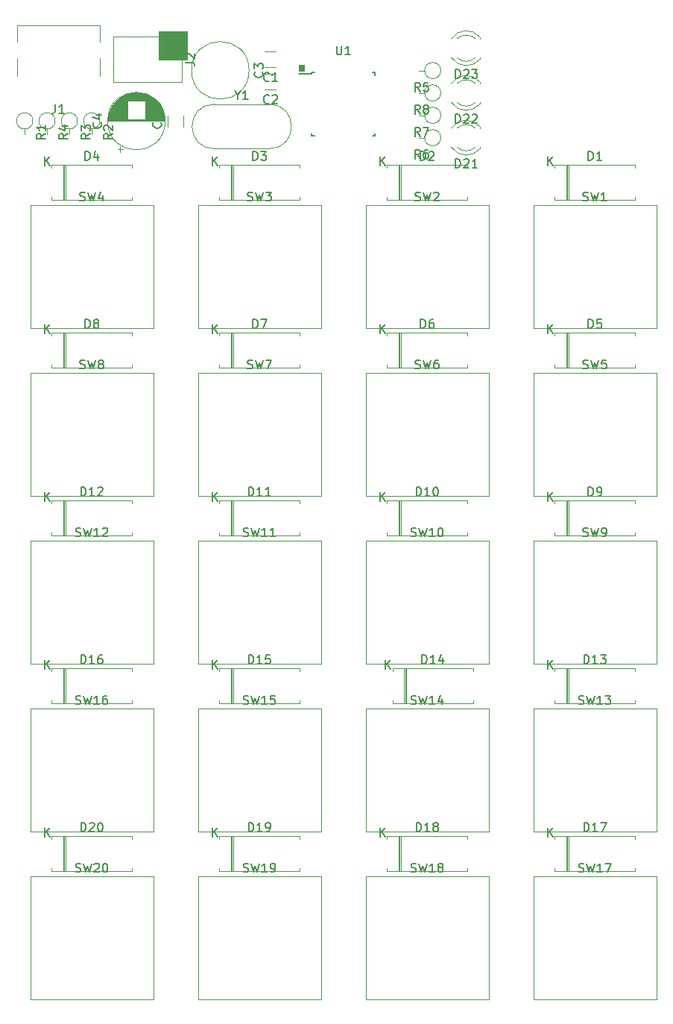
<source format=gto>
G04 #@! TF.GenerationSoftware,KiCad,Pcbnew,(5.1.10)-1*
G04 #@! TF.CreationDate,2021-12-06T16:20:35+09:00*
G04 #@! TF.ProjectId,20keypad,32306b65-7970-4616-942e-6b696361645f,rev?*
G04 #@! TF.SameCoordinates,Original*
G04 #@! TF.FileFunction,Legend,Top*
G04 #@! TF.FilePolarity,Positive*
%FSLAX46Y46*%
G04 Gerber Fmt 4.6, Leading zero omitted, Abs format (unit mm)*
G04 Created by KiCad (PCBNEW (5.1.10)-1) date 2021-12-06 16:20:35*
%MOMM*%
%LPD*%
G01*
G04 APERTURE LIST*
%ADD10C,0.100000*%
%ADD11C,0.120000*%
%ADD12C,0.150000*%
G04 APERTURE END LIST*
D10*
G36*
X59055000Y-38100000D02*
G01*
X58420000Y-38100000D01*
X58420000Y-37465000D01*
X59055000Y-37465000D01*
X59055000Y-38100000D01*
G37*
X59055000Y-38100000D02*
X58420000Y-38100000D01*
X58420000Y-37465000D01*
X59055000Y-37465000D01*
X59055000Y-38100000D01*
G36*
X45720000Y-36830000D02*
G01*
X42545000Y-36830000D01*
X42545000Y-33655000D01*
X45720000Y-33655000D01*
X45720000Y-36830000D01*
G37*
X45720000Y-36830000D02*
X42545000Y-36830000D01*
X42545000Y-33655000D01*
X45720000Y-33655000D01*
X45720000Y-36830000D01*
D11*
X79030000Y-36796000D02*
X79030000Y-36640000D01*
X79030000Y-34480000D02*
X79030000Y-34324000D01*
X76428870Y-34480163D02*
G75*
G02*
X78510961Y-34480000I1041130J-1079837D01*
G01*
X76428870Y-36639837D02*
G75*
G03*
X78510961Y-36640000I1041130J1079837D01*
G01*
X75797665Y-34481392D02*
G75*
G02*
X79030000Y-34324484I1672335J-1078608D01*
G01*
X75797665Y-36638608D02*
G75*
G03*
X79030000Y-36795516I1672335J1078608D01*
G01*
X79030000Y-41876000D02*
X79030000Y-41720000D01*
X79030000Y-39560000D02*
X79030000Y-39404000D01*
X76428870Y-39560163D02*
G75*
G02*
X78510961Y-39560000I1041130J-1079837D01*
G01*
X76428870Y-41719837D02*
G75*
G03*
X78510961Y-41720000I1041130J1079837D01*
G01*
X75797665Y-39561392D02*
G75*
G02*
X79030000Y-39404484I1672335J-1078608D01*
G01*
X75797665Y-41718608D02*
G75*
G03*
X79030000Y-41875516I1672335J1078608D01*
G01*
X79030000Y-46956000D02*
X79030000Y-46800000D01*
X79030000Y-44640000D02*
X79030000Y-44484000D01*
X76428870Y-44640163D02*
G75*
G02*
X78510961Y-44640000I1041130J-1079837D01*
G01*
X76428870Y-46799837D02*
G75*
G03*
X78510961Y-46800000I1041130J1079837D01*
G01*
X75797665Y-44641392D02*
G75*
G02*
X79030000Y-44484484I1672335J-1078608D01*
G01*
X75797665Y-46798608D02*
G75*
G03*
X79030000Y-46955516I1672335J1078608D01*
G01*
X74580000Y-40640000D02*
G75*
G03*
X74580000Y-40640000I-920000J0D01*
G01*
X72740000Y-40640000D02*
X72120000Y-40640000D01*
X74580000Y-43180000D02*
G75*
G03*
X74580000Y-43180000I-920000J0D01*
G01*
X72740000Y-43180000D02*
X72120000Y-43180000D01*
X74580000Y-45720000D02*
G75*
G03*
X74580000Y-45720000I-920000J0D01*
G01*
X72740000Y-45720000D02*
X72120000Y-45720000D01*
X27940000Y-129540000D02*
X41910000Y-129540000D01*
X41910000Y-129540000D02*
X41910000Y-143510000D01*
X41910000Y-143510000D02*
X27940000Y-143510000D01*
X27940000Y-143510000D02*
X27940000Y-129540000D01*
X46990000Y-129540000D02*
X60960000Y-129540000D01*
X60960000Y-129540000D02*
X60960000Y-143510000D01*
X60960000Y-143510000D02*
X46990000Y-143510000D01*
X46990000Y-143510000D02*
X46990000Y-129540000D01*
X66040000Y-129540000D02*
X80010000Y-129540000D01*
X80010000Y-129540000D02*
X80010000Y-143510000D01*
X80010000Y-143510000D02*
X66040000Y-143510000D01*
X66040000Y-143510000D02*
X66040000Y-129540000D01*
X85090000Y-129540000D02*
X99060000Y-129540000D01*
X99060000Y-129540000D02*
X99060000Y-143510000D01*
X99060000Y-143510000D02*
X85090000Y-143510000D01*
X85090000Y-143510000D02*
X85090000Y-129540000D01*
X27940000Y-110490000D02*
X41910000Y-110490000D01*
X41910000Y-110490000D02*
X41910000Y-124460000D01*
X41910000Y-124460000D02*
X27940000Y-124460000D01*
X27940000Y-124460000D02*
X27940000Y-110490000D01*
X46990000Y-110490000D02*
X60960000Y-110490000D01*
X60960000Y-110490000D02*
X60960000Y-124460000D01*
X60960000Y-124460000D02*
X46990000Y-124460000D01*
X46990000Y-124460000D02*
X46990000Y-110490000D01*
X66040000Y-110490000D02*
X80010000Y-110490000D01*
X80010000Y-110490000D02*
X80010000Y-124460000D01*
X80010000Y-124460000D02*
X66040000Y-124460000D01*
X66040000Y-124460000D02*
X66040000Y-110490000D01*
X85090000Y-110490000D02*
X99060000Y-110490000D01*
X99060000Y-110490000D02*
X99060000Y-124460000D01*
X99060000Y-124460000D02*
X85090000Y-124460000D01*
X85090000Y-124460000D02*
X85090000Y-110490000D01*
X27940000Y-91440000D02*
X41910000Y-91440000D01*
X41910000Y-91440000D02*
X41910000Y-105410000D01*
X41910000Y-105410000D02*
X27940000Y-105410000D01*
X27940000Y-105410000D02*
X27940000Y-91440000D01*
X46990000Y-91440000D02*
X60960000Y-91440000D01*
X60960000Y-91440000D02*
X60960000Y-105410000D01*
X60960000Y-105410000D02*
X46990000Y-105410000D01*
X46990000Y-105410000D02*
X46990000Y-91440000D01*
X66040000Y-91440000D02*
X80010000Y-91440000D01*
X80010000Y-91440000D02*
X80010000Y-105410000D01*
X80010000Y-105410000D02*
X66040000Y-105410000D01*
X66040000Y-105410000D02*
X66040000Y-91440000D01*
X85090000Y-91440000D02*
X99060000Y-91440000D01*
X99060000Y-91440000D02*
X99060000Y-105410000D01*
X99060000Y-105410000D02*
X85090000Y-105410000D01*
X85090000Y-105410000D02*
X85090000Y-91440000D01*
X27940000Y-72390000D02*
X41910000Y-72390000D01*
X41910000Y-72390000D02*
X41910000Y-86360000D01*
X41910000Y-86360000D02*
X27940000Y-86360000D01*
X27940000Y-86360000D02*
X27940000Y-72390000D01*
X46990000Y-72390000D02*
X60960000Y-72390000D01*
X60960000Y-72390000D02*
X60960000Y-86360000D01*
X60960000Y-86360000D02*
X46990000Y-86360000D01*
X46990000Y-86360000D02*
X46990000Y-72390000D01*
X66040000Y-72390000D02*
X80010000Y-72390000D01*
X80010000Y-72390000D02*
X80010000Y-86360000D01*
X80010000Y-86360000D02*
X66040000Y-86360000D01*
X66040000Y-86360000D02*
X66040000Y-72390000D01*
X85090000Y-72390000D02*
X99060000Y-72390000D01*
X99060000Y-72390000D02*
X99060000Y-86360000D01*
X99060000Y-86360000D02*
X85090000Y-86360000D01*
X85090000Y-86360000D02*
X85090000Y-72390000D01*
X27940000Y-53340000D02*
X41910000Y-53340000D01*
X41910000Y-53340000D02*
X41910000Y-67310000D01*
X41910000Y-67310000D02*
X27940000Y-67310000D01*
X27940000Y-67310000D02*
X27940000Y-53340000D01*
X46990000Y-53340000D02*
X60960000Y-53340000D01*
X60960000Y-53340000D02*
X60960000Y-67310000D01*
X60960000Y-67310000D02*
X46990000Y-67310000D01*
X46990000Y-67310000D02*
X46990000Y-53340000D01*
X66040000Y-53340000D02*
X80010000Y-53340000D01*
X80010000Y-53340000D02*
X80010000Y-67310000D01*
X80010000Y-67310000D02*
X66040000Y-67310000D01*
X66040000Y-67310000D02*
X66040000Y-53340000D01*
X85090000Y-53340000D02*
X99060000Y-53340000D01*
X99060000Y-53340000D02*
X99060000Y-67310000D01*
X99060000Y-67310000D02*
X85090000Y-67310000D01*
X85090000Y-67310000D02*
X85090000Y-53340000D01*
X30355000Y-125360000D02*
X30355000Y-125030000D01*
X30355000Y-125030000D02*
X39495000Y-125030000D01*
X39495000Y-125030000D02*
X39495000Y-125360000D01*
X30355000Y-128640000D02*
X30355000Y-128970000D01*
X30355000Y-128970000D02*
X39495000Y-128970000D01*
X39495000Y-128970000D02*
X39495000Y-128640000D01*
X31810000Y-125030000D02*
X31810000Y-128970000D01*
X31930000Y-125030000D02*
X31930000Y-128970000D01*
X31690000Y-125030000D02*
X31690000Y-128970000D01*
X49405000Y-125360000D02*
X49405000Y-125030000D01*
X49405000Y-125030000D02*
X58545000Y-125030000D01*
X58545000Y-125030000D02*
X58545000Y-125360000D01*
X49405000Y-128640000D02*
X49405000Y-128970000D01*
X49405000Y-128970000D02*
X58545000Y-128970000D01*
X58545000Y-128970000D02*
X58545000Y-128640000D01*
X50860000Y-125030000D02*
X50860000Y-128970000D01*
X50980000Y-125030000D02*
X50980000Y-128970000D01*
X50740000Y-125030000D02*
X50740000Y-128970000D01*
X68455000Y-125360000D02*
X68455000Y-125030000D01*
X68455000Y-125030000D02*
X77595000Y-125030000D01*
X77595000Y-125030000D02*
X77595000Y-125360000D01*
X68455000Y-128640000D02*
X68455000Y-128970000D01*
X68455000Y-128970000D02*
X77595000Y-128970000D01*
X77595000Y-128970000D02*
X77595000Y-128640000D01*
X69910000Y-125030000D02*
X69910000Y-128970000D01*
X70030000Y-125030000D02*
X70030000Y-128970000D01*
X69790000Y-125030000D02*
X69790000Y-128970000D01*
X87505000Y-125360000D02*
X87505000Y-125030000D01*
X87505000Y-125030000D02*
X96645000Y-125030000D01*
X96645000Y-125030000D02*
X96645000Y-125360000D01*
X87505000Y-128640000D02*
X87505000Y-128970000D01*
X87505000Y-128970000D02*
X96645000Y-128970000D01*
X96645000Y-128970000D02*
X96645000Y-128640000D01*
X88960000Y-125030000D02*
X88960000Y-128970000D01*
X89080000Y-125030000D02*
X89080000Y-128970000D01*
X88840000Y-125030000D02*
X88840000Y-128970000D01*
X30355000Y-106310000D02*
X30355000Y-105980000D01*
X30355000Y-105980000D02*
X39495000Y-105980000D01*
X39495000Y-105980000D02*
X39495000Y-106310000D01*
X30355000Y-109590000D02*
X30355000Y-109920000D01*
X30355000Y-109920000D02*
X39495000Y-109920000D01*
X39495000Y-109920000D02*
X39495000Y-109590000D01*
X31810000Y-105980000D02*
X31810000Y-109920000D01*
X31930000Y-105980000D02*
X31930000Y-109920000D01*
X31690000Y-105980000D02*
X31690000Y-109920000D01*
X49405000Y-106310000D02*
X49405000Y-105980000D01*
X49405000Y-105980000D02*
X58545000Y-105980000D01*
X58545000Y-105980000D02*
X58545000Y-106310000D01*
X49405000Y-109590000D02*
X49405000Y-109920000D01*
X49405000Y-109920000D02*
X58545000Y-109920000D01*
X58545000Y-109920000D02*
X58545000Y-109590000D01*
X50860000Y-105980000D02*
X50860000Y-109920000D01*
X50980000Y-105980000D02*
X50980000Y-109920000D01*
X50740000Y-105980000D02*
X50740000Y-109920000D01*
X69090000Y-106310000D02*
X69090000Y-105980000D01*
X69090000Y-105980000D02*
X78230000Y-105980000D01*
X78230000Y-105980000D02*
X78230000Y-106310000D01*
X69090000Y-109590000D02*
X69090000Y-109920000D01*
X69090000Y-109920000D02*
X78230000Y-109920000D01*
X78230000Y-109920000D02*
X78230000Y-109590000D01*
X70545000Y-105980000D02*
X70545000Y-109920000D01*
X70665000Y-105980000D02*
X70665000Y-109920000D01*
X70425000Y-105980000D02*
X70425000Y-109920000D01*
X87505000Y-106310000D02*
X87505000Y-105980000D01*
X87505000Y-105980000D02*
X96645000Y-105980000D01*
X96645000Y-105980000D02*
X96645000Y-106310000D01*
X87505000Y-109590000D02*
X87505000Y-109920000D01*
X87505000Y-109920000D02*
X96645000Y-109920000D01*
X96645000Y-109920000D02*
X96645000Y-109590000D01*
X88960000Y-105980000D02*
X88960000Y-109920000D01*
X89080000Y-105980000D02*
X89080000Y-109920000D01*
X88840000Y-105980000D02*
X88840000Y-109920000D01*
X30355000Y-87260000D02*
X30355000Y-86930000D01*
X30355000Y-86930000D02*
X39495000Y-86930000D01*
X39495000Y-86930000D02*
X39495000Y-87260000D01*
X30355000Y-90540000D02*
X30355000Y-90870000D01*
X30355000Y-90870000D02*
X39495000Y-90870000D01*
X39495000Y-90870000D02*
X39495000Y-90540000D01*
X31810000Y-86930000D02*
X31810000Y-90870000D01*
X31930000Y-86930000D02*
X31930000Y-90870000D01*
X31690000Y-86930000D02*
X31690000Y-90870000D01*
X49405000Y-87260000D02*
X49405000Y-86930000D01*
X49405000Y-86930000D02*
X58545000Y-86930000D01*
X58545000Y-86930000D02*
X58545000Y-87260000D01*
X49405000Y-90540000D02*
X49405000Y-90870000D01*
X49405000Y-90870000D02*
X58545000Y-90870000D01*
X58545000Y-90870000D02*
X58545000Y-90540000D01*
X50860000Y-86930000D02*
X50860000Y-90870000D01*
X50980000Y-86930000D02*
X50980000Y-90870000D01*
X50740000Y-86930000D02*
X50740000Y-90870000D01*
X68455000Y-87260000D02*
X68455000Y-86930000D01*
X68455000Y-86930000D02*
X77595000Y-86930000D01*
X77595000Y-86930000D02*
X77595000Y-87260000D01*
X68455000Y-90540000D02*
X68455000Y-90870000D01*
X68455000Y-90870000D02*
X77595000Y-90870000D01*
X77595000Y-90870000D02*
X77595000Y-90540000D01*
X69910000Y-86930000D02*
X69910000Y-90870000D01*
X70030000Y-86930000D02*
X70030000Y-90870000D01*
X69790000Y-86930000D02*
X69790000Y-90870000D01*
X87505000Y-87260000D02*
X87505000Y-86930000D01*
X87505000Y-86930000D02*
X96645000Y-86930000D01*
X96645000Y-86930000D02*
X96645000Y-87260000D01*
X87505000Y-90540000D02*
X87505000Y-90870000D01*
X87505000Y-90870000D02*
X96645000Y-90870000D01*
X96645000Y-90870000D02*
X96645000Y-90540000D01*
X88960000Y-86930000D02*
X88960000Y-90870000D01*
X89080000Y-86930000D02*
X89080000Y-90870000D01*
X88840000Y-86930000D02*
X88840000Y-90870000D01*
X30355000Y-68210000D02*
X30355000Y-67880000D01*
X30355000Y-67880000D02*
X39495000Y-67880000D01*
X39495000Y-67880000D02*
X39495000Y-68210000D01*
X30355000Y-71490000D02*
X30355000Y-71820000D01*
X30355000Y-71820000D02*
X39495000Y-71820000D01*
X39495000Y-71820000D02*
X39495000Y-71490000D01*
X31810000Y-67880000D02*
X31810000Y-71820000D01*
X31930000Y-67880000D02*
X31930000Y-71820000D01*
X31690000Y-67880000D02*
X31690000Y-71820000D01*
X49405000Y-68210000D02*
X49405000Y-67880000D01*
X49405000Y-67880000D02*
X58545000Y-67880000D01*
X58545000Y-67880000D02*
X58545000Y-68210000D01*
X49405000Y-71490000D02*
X49405000Y-71820000D01*
X49405000Y-71820000D02*
X58545000Y-71820000D01*
X58545000Y-71820000D02*
X58545000Y-71490000D01*
X50860000Y-67880000D02*
X50860000Y-71820000D01*
X50980000Y-67880000D02*
X50980000Y-71820000D01*
X50740000Y-67880000D02*
X50740000Y-71820000D01*
X68455000Y-68210000D02*
X68455000Y-67880000D01*
X68455000Y-67880000D02*
X77595000Y-67880000D01*
X77595000Y-67880000D02*
X77595000Y-68210000D01*
X68455000Y-71490000D02*
X68455000Y-71820000D01*
X68455000Y-71820000D02*
X77595000Y-71820000D01*
X77595000Y-71820000D02*
X77595000Y-71490000D01*
X69910000Y-67880000D02*
X69910000Y-71820000D01*
X70030000Y-67880000D02*
X70030000Y-71820000D01*
X69790000Y-67880000D02*
X69790000Y-71820000D01*
X87505000Y-68210000D02*
X87505000Y-67880000D01*
X87505000Y-67880000D02*
X96645000Y-67880000D01*
X96645000Y-67880000D02*
X96645000Y-68210000D01*
X87505000Y-71490000D02*
X87505000Y-71820000D01*
X87505000Y-71820000D02*
X96645000Y-71820000D01*
X96645000Y-71820000D02*
X96645000Y-71490000D01*
X88960000Y-67880000D02*
X88960000Y-71820000D01*
X89080000Y-67880000D02*
X89080000Y-71820000D01*
X88840000Y-67880000D02*
X88840000Y-71820000D01*
X30355000Y-49160000D02*
X30355000Y-48830000D01*
X30355000Y-48830000D02*
X39495000Y-48830000D01*
X39495000Y-48830000D02*
X39495000Y-49160000D01*
X30355000Y-52440000D02*
X30355000Y-52770000D01*
X30355000Y-52770000D02*
X39495000Y-52770000D01*
X39495000Y-52770000D02*
X39495000Y-52440000D01*
X31810000Y-48830000D02*
X31810000Y-52770000D01*
X31930000Y-48830000D02*
X31930000Y-52770000D01*
X31690000Y-48830000D02*
X31690000Y-52770000D01*
X49405000Y-49160000D02*
X49405000Y-48830000D01*
X49405000Y-48830000D02*
X58545000Y-48830000D01*
X58545000Y-48830000D02*
X58545000Y-49160000D01*
X49405000Y-52440000D02*
X49405000Y-52770000D01*
X49405000Y-52770000D02*
X58545000Y-52770000D01*
X58545000Y-52770000D02*
X58545000Y-52440000D01*
X50860000Y-48830000D02*
X50860000Y-52770000D01*
X50980000Y-48830000D02*
X50980000Y-52770000D01*
X50740000Y-48830000D02*
X50740000Y-52770000D01*
X68455000Y-49160000D02*
X68455000Y-48830000D01*
X68455000Y-48830000D02*
X77595000Y-48830000D01*
X77595000Y-48830000D02*
X77595000Y-49160000D01*
X68455000Y-52440000D02*
X68455000Y-52770000D01*
X68455000Y-52770000D02*
X77595000Y-52770000D01*
X77595000Y-52770000D02*
X77595000Y-52440000D01*
X69910000Y-48830000D02*
X69910000Y-52770000D01*
X70030000Y-48830000D02*
X70030000Y-52770000D01*
X69790000Y-48830000D02*
X69790000Y-52770000D01*
X87505000Y-49160000D02*
X87505000Y-48830000D01*
X87505000Y-48830000D02*
X96645000Y-48830000D01*
X96645000Y-48830000D02*
X96645000Y-49160000D01*
X87505000Y-52440000D02*
X87505000Y-52770000D01*
X87505000Y-52770000D02*
X96645000Y-52770000D01*
X96645000Y-52770000D02*
X96645000Y-52440000D01*
X88960000Y-48830000D02*
X88960000Y-52770000D01*
X89080000Y-48830000D02*
X89080000Y-52770000D01*
X88840000Y-48830000D02*
X88840000Y-52770000D01*
X45370000Y-44464000D02*
X45370000Y-43206000D01*
X43530000Y-44464000D02*
X43530000Y-43206000D01*
X37851000Y-47020241D02*
X38481000Y-47020241D01*
X38166000Y-47335241D02*
X38166000Y-46705241D01*
X39603000Y-40594000D02*
X40407000Y-40594000D01*
X39372000Y-40634000D02*
X40638000Y-40634000D01*
X39203000Y-40674000D02*
X40807000Y-40674000D01*
X39065000Y-40714000D02*
X40945000Y-40714000D01*
X38946000Y-40754000D02*
X41064000Y-40754000D01*
X38840000Y-40794000D02*
X41170000Y-40794000D01*
X38743000Y-40834000D02*
X41267000Y-40834000D01*
X38655000Y-40874000D02*
X41355000Y-40874000D01*
X38573000Y-40914000D02*
X41437000Y-40914000D01*
X38496000Y-40954000D02*
X41514000Y-40954000D01*
X38424000Y-40994000D02*
X41586000Y-40994000D01*
X38355000Y-41034000D02*
X41655000Y-41034000D01*
X38291000Y-41074000D02*
X41719000Y-41074000D01*
X38229000Y-41114000D02*
X41781000Y-41114000D01*
X38171000Y-41154000D02*
X41839000Y-41154000D01*
X38115000Y-41194000D02*
X41895000Y-41194000D01*
X38061000Y-41234000D02*
X41949000Y-41234000D01*
X38010000Y-41274000D02*
X42000000Y-41274000D01*
X37961000Y-41314000D02*
X42049000Y-41314000D01*
X37913000Y-41354000D02*
X42097000Y-41354000D01*
X37868000Y-41394000D02*
X42142000Y-41394000D01*
X37823000Y-41434000D02*
X42187000Y-41434000D01*
X37781000Y-41474000D02*
X42229000Y-41474000D01*
X37740000Y-41514000D02*
X42270000Y-41514000D01*
X41045000Y-41554000D02*
X42310000Y-41554000D01*
X37700000Y-41554000D02*
X38965000Y-41554000D01*
X41045000Y-41594000D02*
X42348000Y-41594000D01*
X37662000Y-41594000D02*
X38965000Y-41594000D01*
X41045000Y-41634000D02*
X42385000Y-41634000D01*
X37625000Y-41634000D02*
X38965000Y-41634000D01*
X41045000Y-41674000D02*
X42421000Y-41674000D01*
X37589000Y-41674000D02*
X38965000Y-41674000D01*
X41045000Y-41714000D02*
X42455000Y-41714000D01*
X37555000Y-41714000D02*
X38965000Y-41714000D01*
X41045000Y-41754000D02*
X42489000Y-41754000D01*
X37521000Y-41754000D02*
X38965000Y-41754000D01*
X41045000Y-41794000D02*
X42521000Y-41794000D01*
X37489000Y-41794000D02*
X38965000Y-41794000D01*
X41045000Y-41834000D02*
X42553000Y-41834000D01*
X37457000Y-41834000D02*
X38965000Y-41834000D01*
X41045000Y-41874000D02*
X42583000Y-41874000D01*
X37427000Y-41874000D02*
X38965000Y-41874000D01*
X41045000Y-41914000D02*
X42612000Y-41914000D01*
X37398000Y-41914000D02*
X38965000Y-41914000D01*
X41045000Y-41954000D02*
X42641000Y-41954000D01*
X37369000Y-41954000D02*
X38965000Y-41954000D01*
X41045000Y-41994000D02*
X42669000Y-41994000D01*
X37341000Y-41994000D02*
X38965000Y-41994000D01*
X41045000Y-42034000D02*
X42695000Y-42034000D01*
X37315000Y-42034000D02*
X38965000Y-42034000D01*
X41045000Y-42074000D02*
X42721000Y-42074000D01*
X37289000Y-42074000D02*
X38965000Y-42074000D01*
X41045000Y-42114000D02*
X42747000Y-42114000D01*
X37263000Y-42114000D02*
X38965000Y-42114000D01*
X41045000Y-42154000D02*
X42771000Y-42154000D01*
X37239000Y-42154000D02*
X38965000Y-42154000D01*
X41045000Y-42194000D02*
X42795000Y-42194000D01*
X37215000Y-42194000D02*
X38965000Y-42194000D01*
X41045000Y-42234000D02*
X42817000Y-42234000D01*
X37193000Y-42234000D02*
X38965000Y-42234000D01*
X41045000Y-42274000D02*
X42839000Y-42274000D01*
X37171000Y-42274000D02*
X38965000Y-42274000D01*
X41045000Y-42314000D02*
X42861000Y-42314000D01*
X37149000Y-42314000D02*
X38965000Y-42314000D01*
X41045000Y-42354000D02*
X42881000Y-42354000D01*
X37129000Y-42354000D02*
X38965000Y-42354000D01*
X41045000Y-42394000D02*
X42901000Y-42394000D01*
X37109000Y-42394000D02*
X38965000Y-42394000D01*
X41045000Y-42434000D02*
X42921000Y-42434000D01*
X37089000Y-42434000D02*
X38965000Y-42434000D01*
X41045000Y-42474000D02*
X42939000Y-42474000D01*
X37071000Y-42474000D02*
X38965000Y-42474000D01*
X41045000Y-42514000D02*
X42957000Y-42514000D01*
X37053000Y-42514000D02*
X38965000Y-42514000D01*
X41045000Y-42554000D02*
X42975000Y-42554000D01*
X37035000Y-42554000D02*
X38965000Y-42554000D01*
X41045000Y-42594000D02*
X42991000Y-42594000D01*
X37019000Y-42594000D02*
X38965000Y-42594000D01*
X41045000Y-42634000D02*
X43007000Y-42634000D01*
X37003000Y-42634000D02*
X38965000Y-42634000D01*
X41045000Y-42674000D02*
X43023000Y-42674000D01*
X36987000Y-42674000D02*
X38965000Y-42674000D01*
X41045000Y-42714000D02*
X43038000Y-42714000D01*
X36972000Y-42714000D02*
X38965000Y-42714000D01*
X41045000Y-42754000D02*
X43052000Y-42754000D01*
X36958000Y-42754000D02*
X38965000Y-42754000D01*
X41045000Y-42794000D02*
X43066000Y-42794000D01*
X36944000Y-42794000D02*
X38965000Y-42794000D01*
X41045000Y-42834000D02*
X43079000Y-42834000D01*
X36931000Y-42834000D02*
X38965000Y-42834000D01*
X41045000Y-42874000D02*
X43091000Y-42874000D01*
X36919000Y-42874000D02*
X38965000Y-42874000D01*
X41045000Y-42914000D02*
X43103000Y-42914000D01*
X36907000Y-42914000D02*
X38965000Y-42914000D01*
X41045000Y-42954000D02*
X43115000Y-42954000D01*
X36895000Y-42954000D02*
X38965000Y-42954000D01*
X41045000Y-42994000D02*
X43126000Y-42994000D01*
X36884000Y-42994000D02*
X38965000Y-42994000D01*
X41045000Y-43034000D02*
X43136000Y-43034000D01*
X36874000Y-43034000D02*
X38965000Y-43034000D01*
X41045000Y-43074000D02*
X43146000Y-43074000D01*
X36864000Y-43074000D02*
X38965000Y-43074000D01*
X41045000Y-43114000D02*
X43155000Y-43114000D01*
X36855000Y-43114000D02*
X38965000Y-43114000D01*
X41045000Y-43155000D02*
X43164000Y-43155000D01*
X36846000Y-43155000D02*
X38965000Y-43155000D01*
X41045000Y-43195000D02*
X43172000Y-43195000D01*
X36838000Y-43195000D02*
X38965000Y-43195000D01*
X41045000Y-43235000D02*
X43180000Y-43235000D01*
X36830000Y-43235000D02*
X38965000Y-43235000D01*
X41045000Y-43275000D02*
X43187000Y-43275000D01*
X36823000Y-43275000D02*
X38965000Y-43275000D01*
X41045000Y-43315000D02*
X43194000Y-43315000D01*
X36816000Y-43315000D02*
X38965000Y-43315000D01*
X41045000Y-43355000D02*
X43200000Y-43355000D01*
X36810000Y-43355000D02*
X38965000Y-43355000D01*
X41045000Y-43395000D02*
X43206000Y-43395000D01*
X36804000Y-43395000D02*
X38965000Y-43395000D01*
X41045000Y-43435000D02*
X43211000Y-43435000D01*
X36799000Y-43435000D02*
X38965000Y-43435000D01*
X41045000Y-43475000D02*
X43216000Y-43475000D01*
X36794000Y-43475000D02*
X38965000Y-43475000D01*
X41045000Y-43515000D02*
X43220000Y-43515000D01*
X36790000Y-43515000D02*
X38965000Y-43515000D01*
X41045000Y-43555000D02*
X43223000Y-43555000D01*
X36787000Y-43555000D02*
X38965000Y-43555000D01*
X41045000Y-43595000D02*
X43227000Y-43595000D01*
X36783000Y-43595000D02*
X38965000Y-43595000D01*
X36781000Y-43635000D02*
X43229000Y-43635000D01*
X36778000Y-43675000D02*
X43232000Y-43675000D01*
X36777000Y-43715000D02*
X43233000Y-43715000D01*
X36775000Y-43755000D02*
X43235000Y-43755000D01*
X36775000Y-43795000D02*
X43235000Y-43795000D01*
X36775000Y-43835000D02*
X43235000Y-43835000D01*
X43275000Y-43835000D02*
G75*
G03*
X43275000Y-43835000I-3270000J0D01*
G01*
X35815000Y-34830000D02*
X35815000Y-32930000D01*
X35815000Y-38730000D02*
X35815000Y-36730000D01*
X26415000Y-34830000D02*
X26415000Y-32930000D01*
X26415000Y-38730000D02*
X26415000Y-36730000D01*
X35815000Y-32930000D02*
X26415000Y-32930000D01*
X48845000Y-41925000D02*
X55095000Y-41925000D01*
X48845000Y-46975000D02*
X55095000Y-46975000D01*
X55095000Y-46975000D02*
G75*
G03*
X55095000Y-41925000I0J2525000D01*
G01*
X48845000Y-46975000D02*
G75*
G02*
X48845000Y-41925000I0J2525000D01*
G01*
D12*
X59875000Y-38285000D02*
X59875000Y-38510000D01*
X67125000Y-38285000D02*
X67125000Y-38610000D01*
X67125000Y-45535000D02*
X67125000Y-45210000D01*
X59875000Y-45535000D02*
X59875000Y-45210000D01*
X59875000Y-38285000D02*
X60200000Y-38285000D01*
X59875000Y-45535000D02*
X60200000Y-45535000D01*
X67125000Y-45535000D02*
X66800000Y-45535000D01*
X67125000Y-38285000D02*
X66800000Y-38285000D01*
X59875000Y-38510000D02*
X58450000Y-38510000D01*
D11*
X74580000Y-38100000D02*
G75*
G03*
X74580000Y-38100000I-920000J0D01*
G01*
X72740000Y-38100000D02*
X72120000Y-38100000D01*
X30765000Y-43815000D02*
G75*
G03*
X30765000Y-43815000I-920000J0D01*
G01*
X29845000Y-44735000D02*
X29845000Y-45355000D01*
X33305000Y-43815000D02*
G75*
G03*
X33305000Y-43815000I-920000J0D01*
G01*
X32385000Y-44735000D02*
X32385000Y-45355000D01*
X35845000Y-43815000D02*
G75*
G03*
X35845000Y-43815000I-920000J0D01*
G01*
X34925000Y-44735000D02*
X34925000Y-45355000D01*
X28225000Y-43815000D02*
G75*
G03*
X28225000Y-43815000I-920000J0D01*
G01*
X27305000Y-44735000D02*
X27305000Y-45355000D01*
X37405000Y-34230000D02*
X37405000Y-39430000D01*
X42545000Y-34230000D02*
X37405000Y-34230000D01*
X45145000Y-39430000D02*
X37405000Y-39430000D01*
X42545000Y-34230000D02*
X42545000Y-36830000D01*
X42545000Y-36830000D02*
X45145000Y-36830000D01*
X45145000Y-36830000D02*
X45145000Y-39430000D01*
X43815000Y-34230000D02*
X45145000Y-34230000D01*
X45145000Y-34230000D02*
X45145000Y-35560000D01*
X52800000Y-38080000D02*
G75*
G03*
X52800000Y-38080000I-3270000J0D01*
G01*
X55854000Y-40290000D02*
X54596000Y-40290000D01*
X55854000Y-38450000D02*
X54596000Y-38450000D01*
X55854000Y-37750000D02*
X54596000Y-37750000D01*
X55854000Y-35910000D02*
X54596000Y-35910000D01*
D12*
X76255714Y-38972380D02*
X76255714Y-37972380D01*
X76493809Y-37972380D01*
X76636666Y-38020000D01*
X76731904Y-38115238D01*
X76779523Y-38210476D01*
X76827142Y-38400952D01*
X76827142Y-38543809D01*
X76779523Y-38734285D01*
X76731904Y-38829523D01*
X76636666Y-38924761D01*
X76493809Y-38972380D01*
X76255714Y-38972380D01*
X77208095Y-38067619D02*
X77255714Y-38020000D01*
X77350952Y-37972380D01*
X77589047Y-37972380D01*
X77684285Y-38020000D01*
X77731904Y-38067619D01*
X77779523Y-38162857D01*
X77779523Y-38258095D01*
X77731904Y-38400952D01*
X77160476Y-38972380D01*
X77779523Y-38972380D01*
X78112857Y-37972380D02*
X78731904Y-37972380D01*
X78398571Y-38353333D01*
X78541428Y-38353333D01*
X78636666Y-38400952D01*
X78684285Y-38448571D01*
X78731904Y-38543809D01*
X78731904Y-38781904D01*
X78684285Y-38877142D01*
X78636666Y-38924761D01*
X78541428Y-38972380D01*
X78255714Y-38972380D01*
X78160476Y-38924761D01*
X78112857Y-38877142D01*
X76255714Y-44052380D02*
X76255714Y-43052380D01*
X76493809Y-43052380D01*
X76636666Y-43100000D01*
X76731904Y-43195238D01*
X76779523Y-43290476D01*
X76827142Y-43480952D01*
X76827142Y-43623809D01*
X76779523Y-43814285D01*
X76731904Y-43909523D01*
X76636666Y-44004761D01*
X76493809Y-44052380D01*
X76255714Y-44052380D01*
X77208095Y-43147619D02*
X77255714Y-43100000D01*
X77350952Y-43052380D01*
X77589047Y-43052380D01*
X77684285Y-43100000D01*
X77731904Y-43147619D01*
X77779523Y-43242857D01*
X77779523Y-43338095D01*
X77731904Y-43480952D01*
X77160476Y-44052380D01*
X77779523Y-44052380D01*
X78160476Y-43147619D02*
X78208095Y-43100000D01*
X78303333Y-43052380D01*
X78541428Y-43052380D01*
X78636666Y-43100000D01*
X78684285Y-43147619D01*
X78731904Y-43242857D01*
X78731904Y-43338095D01*
X78684285Y-43480952D01*
X78112857Y-44052380D01*
X78731904Y-44052380D01*
X76255714Y-49132380D02*
X76255714Y-48132380D01*
X76493809Y-48132380D01*
X76636666Y-48180000D01*
X76731904Y-48275238D01*
X76779523Y-48370476D01*
X76827142Y-48560952D01*
X76827142Y-48703809D01*
X76779523Y-48894285D01*
X76731904Y-48989523D01*
X76636666Y-49084761D01*
X76493809Y-49132380D01*
X76255714Y-49132380D01*
X77208095Y-48227619D02*
X77255714Y-48180000D01*
X77350952Y-48132380D01*
X77589047Y-48132380D01*
X77684285Y-48180000D01*
X77731904Y-48227619D01*
X77779523Y-48322857D01*
X77779523Y-48418095D01*
X77731904Y-48560952D01*
X77160476Y-49132380D01*
X77779523Y-49132380D01*
X78731904Y-49132380D02*
X78160476Y-49132380D01*
X78446190Y-49132380D02*
X78446190Y-48132380D01*
X78350952Y-48275238D01*
X78255714Y-48370476D01*
X78160476Y-48418095D01*
X72223333Y-43012380D02*
X71890000Y-42536190D01*
X71651904Y-43012380D02*
X71651904Y-42012380D01*
X72032857Y-42012380D01*
X72128095Y-42060000D01*
X72175714Y-42107619D01*
X72223333Y-42202857D01*
X72223333Y-42345714D01*
X72175714Y-42440952D01*
X72128095Y-42488571D01*
X72032857Y-42536190D01*
X71651904Y-42536190D01*
X72794761Y-42440952D02*
X72699523Y-42393333D01*
X72651904Y-42345714D01*
X72604285Y-42250476D01*
X72604285Y-42202857D01*
X72651904Y-42107619D01*
X72699523Y-42060000D01*
X72794761Y-42012380D01*
X72985238Y-42012380D01*
X73080476Y-42060000D01*
X73128095Y-42107619D01*
X73175714Y-42202857D01*
X73175714Y-42250476D01*
X73128095Y-42345714D01*
X73080476Y-42393333D01*
X72985238Y-42440952D01*
X72794761Y-42440952D01*
X72699523Y-42488571D01*
X72651904Y-42536190D01*
X72604285Y-42631428D01*
X72604285Y-42821904D01*
X72651904Y-42917142D01*
X72699523Y-42964761D01*
X72794761Y-43012380D01*
X72985238Y-43012380D01*
X73080476Y-42964761D01*
X73128095Y-42917142D01*
X73175714Y-42821904D01*
X73175714Y-42631428D01*
X73128095Y-42536190D01*
X73080476Y-42488571D01*
X72985238Y-42440952D01*
X72223333Y-45552380D02*
X71890000Y-45076190D01*
X71651904Y-45552380D02*
X71651904Y-44552380D01*
X72032857Y-44552380D01*
X72128095Y-44600000D01*
X72175714Y-44647619D01*
X72223333Y-44742857D01*
X72223333Y-44885714D01*
X72175714Y-44980952D01*
X72128095Y-45028571D01*
X72032857Y-45076190D01*
X71651904Y-45076190D01*
X72556666Y-44552380D02*
X73223333Y-44552380D01*
X72794761Y-45552380D01*
X72223333Y-48092380D02*
X71890000Y-47616190D01*
X71651904Y-48092380D02*
X71651904Y-47092380D01*
X72032857Y-47092380D01*
X72128095Y-47140000D01*
X72175714Y-47187619D01*
X72223333Y-47282857D01*
X72223333Y-47425714D01*
X72175714Y-47520952D01*
X72128095Y-47568571D01*
X72032857Y-47616190D01*
X71651904Y-47616190D01*
X73080476Y-47092380D02*
X72890000Y-47092380D01*
X72794761Y-47140000D01*
X72747142Y-47187619D01*
X72651904Y-47330476D01*
X72604285Y-47520952D01*
X72604285Y-47901904D01*
X72651904Y-47997142D01*
X72699523Y-48044761D01*
X72794761Y-48092380D01*
X72985238Y-48092380D01*
X73080476Y-48044761D01*
X73128095Y-47997142D01*
X73175714Y-47901904D01*
X73175714Y-47663809D01*
X73128095Y-47568571D01*
X73080476Y-47520952D01*
X72985238Y-47473333D01*
X72794761Y-47473333D01*
X72699523Y-47520952D01*
X72651904Y-47568571D01*
X72604285Y-47663809D01*
X33115476Y-129055761D02*
X33258333Y-129103380D01*
X33496428Y-129103380D01*
X33591666Y-129055761D01*
X33639285Y-129008142D01*
X33686904Y-128912904D01*
X33686904Y-128817666D01*
X33639285Y-128722428D01*
X33591666Y-128674809D01*
X33496428Y-128627190D01*
X33305952Y-128579571D01*
X33210714Y-128531952D01*
X33163095Y-128484333D01*
X33115476Y-128389095D01*
X33115476Y-128293857D01*
X33163095Y-128198619D01*
X33210714Y-128151000D01*
X33305952Y-128103380D01*
X33544047Y-128103380D01*
X33686904Y-128151000D01*
X34020238Y-128103380D02*
X34258333Y-129103380D01*
X34448809Y-128389095D01*
X34639285Y-129103380D01*
X34877380Y-128103380D01*
X35210714Y-128198619D02*
X35258333Y-128151000D01*
X35353571Y-128103380D01*
X35591666Y-128103380D01*
X35686904Y-128151000D01*
X35734523Y-128198619D01*
X35782142Y-128293857D01*
X35782142Y-128389095D01*
X35734523Y-128531952D01*
X35163095Y-129103380D01*
X35782142Y-129103380D01*
X36401190Y-128103380D02*
X36496428Y-128103380D01*
X36591666Y-128151000D01*
X36639285Y-128198619D01*
X36686904Y-128293857D01*
X36734523Y-128484333D01*
X36734523Y-128722428D01*
X36686904Y-128912904D01*
X36639285Y-129008142D01*
X36591666Y-129055761D01*
X36496428Y-129103380D01*
X36401190Y-129103380D01*
X36305952Y-129055761D01*
X36258333Y-129008142D01*
X36210714Y-128912904D01*
X36163095Y-128722428D01*
X36163095Y-128484333D01*
X36210714Y-128293857D01*
X36258333Y-128198619D01*
X36305952Y-128151000D01*
X36401190Y-128103380D01*
X52165476Y-129055761D02*
X52308333Y-129103380D01*
X52546428Y-129103380D01*
X52641666Y-129055761D01*
X52689285Y-129008142D01*
X52736904Y-128912904D01*
X52736904Y-128817666D01*
X52689285Y-128722428D01*
X52641666Y-128674809D01*
X52546428Y-128627190D01*
X52355952Y-128579571D01*
X52260714Y-128531952D01*
X52213095Y-128484333D01*
X52165476Y-128389095D01*
X52165476Y-128293857D01*
X52213095Y-128198619D01*
X52260714Y-128151000D01*
X52355952Y-128103380D01*
X52594047Y-128103380D01*
X52736904Y-128151000D01*
X53070238Y-128103380D02*
X53308333Y-129103380D01*
X53498809Y-128389095D01*
X53689285Y-129103380D01*
X53927380Y-128103380D01*
X54832142Y-129103380D02*
X54260714Y-129103380D01*
X54546428Y-129103380D02*
X54546428Y-128103380D01*
X54451190Y-128246238D01*
X54355952Y-128341476D01*
X54260714Y-128389095D01*
X55308333Y-129103380D02*
X55498809Y-129103380D01*
X55594047Y-129055761D01*
X55641666Y-129008142D01*
X55736904Y-128865285D01*
X55784523Y-128674809D01*
X55784523Y-128293857D01*
X55736904Y-128198619D01*
X55689285Y-128151000D01*
X55594047Y-128103380D01*
X55403571Y-128103380D01*
X55308333Y-128151000D01*
X55260714Y-128198619D01*
X55213095Y-128293857D01*
X55213095Y-128531952D01*
X55260714Y-128627190D01*
X55308333Y-128674809D01*
X55403571Y-128722428D01*
X55594047Y-128722428D01*
X55689285Y-128674809D01*
X55736904Y-128627190D01*
X55784523Y-128531952D01*
X71215476Y-129055761D02*
X71358333Y-129103380D01*
X71596428Y-129103380D01*
X71691666Y-129055761D01*
X71739285Y-129008142D01*
X71786904Y-128912904D01*
X71786904Y-128817666D01*
X71739285Y-128722428D01*
X71691666Y-128674809D01*
X71596428Y-128627190D01*
X71405952Y-128579571D01*
X71310714Y-128531952D01*
X71263095Y-128484333D01*
X71215476Y-128389095D01*
X71215476Y-128293857D01*
X71263095Y-128198619D01*
X71310714Y-128151000D01*
X71405952Y-128103380D01*
X71644047Y-128103380D01*
X71786904Y-128151000D01*
X72120238Y-128103380D02*
X72358333Y-129103380D01*
X72548809Y-128389095D01*
X72739285Y-129103380D01*
X72977380Y-128103380D01*
X73882142Y-129103380D02*
X73310714Y-129103380D01*
X73596428Y-129103380D02*
X73596428Y-128103380D01*
X73501190Y-128246238D01*
X73405952Y-128341476D01*
X73310714Y-128389095D01*
X74453571Y-128531952D02*
X74358333Y-128484333D01*
X74310714Y-128436714D01*
X74263095Y-128341476D01*
X74263095Y-128293857D01*
X74310714Y-128198619D01*
X74358333Y-128151000D01*
X74453571Y-128103380D01*
X74644047Y-128103380D01*
X74739285Y-128151000D01*
X74786904Y-128198619D01*
X74834523Y-128293857D01*
X74834523Y-128341476D01*
X74786904Y-128436714D01*
X74739285Y-128484333D01*
X74644047Y-128531952D01*
X74453571Y-128531952D01*
X74358333Y-128579571D01*
X74310714Y-128627190D01*
X74263095Y-128722428D01*
X74263095Y-128912904D01*
X74310714Y-129008142D01*
X74358333Y-129055761D01*
X74453571Y-129103380D01*
X74644047Y-129103380D01*
X74739285Y-129055761D01*
X74786904Y-129008142D01*
X74834523Y-128912904D01*
X74834523Y-128722428D01*
X74786904Y-128627190D01*
X74739285Y-128579571D01*
X74644047Y-128531952D01*
X90265476Y-129055761D02*
X90408333Y-129103380D01*
X90646428Y-129103380D01*
X90741666Y-129055761D01*
X90789285Y-129008142D01*
X90836904Y-128912904D01*
X90836904Y-128817666D01*
X90789285Y-128722428D01*
X90741666Y-128674809D01*
X90646428Y-128627190D01*
X90455952Y-128579571D01*
X90360714Y-128531952D01*
X90313095Y-128484333D01*
X90265476Y-128389095D01*
X90265476Y-128293857D01*
X90313095Y-128198619D01*
X90360714Y-128151000D01*
X90455952Y-128103380D01*
X90694047Y-128103380D01*
X90836904Y-128151000D01*
X91170238Y-128103380D02*
X91408333Y-129103380D01*
X91598809Y-128389095D01*
X91789285Y-129103380D01*
X92027380Y-128103380D01*
X92932142Y-129103380D02*
X92360714Y-129103380D01*
X92646428Y-129103380D02*
X92646428Y-128103380D01*
X92551190Y-128246238D01*
X92455952Y-128341476D01*
X92360714Y-128389095D01*
X93265476Y-128103380D02*
X93932142Y-128103380D01*
X93503571Y-129103380D01*
X33115476Y-110005761D02*
X33258333Y-110053380D01*
X33496428Y-110053380D01*
X33591666Y-110005761D01*
X33639285Y-109958142D01*
X33686904Y-109862904D01*
X33686904Y-109767666D01*
X33639285Y-109672428D01*
X33591666Y-109624809D01*
X33496428Y-109577190D01*
X33305952Y-109529571D01*
X33210714Y-109481952D01*
X33163095Y-109434333D01*
X33115476Y-109339095D01*
X33115476Y-109243857D01*
X33163095Y-109148619D01*
X33210714Y-109101000D01*
X33305952Y-109053380D01*
X33544047Y-109053380D01*
X33686904Y-109101000D01*
X34020238Y-109053380D02*
X34258333Y-110053380D01*
X34448809Y-109339095D01*
X34639285Y-110053380D01*
X34877380Y-109053380D01*
X35782142Y-110053380D02*
X35210714Y-110053380D01*
X35496428Y-110053380D02*
X35496428Y-109053380D01*
X35401190Y-109196238D01*
X35305952Y-109291476D01*
X35210714Y-109339095D01*
X36639285Y-109053380D02*
X36448809Y-109053380D01*
X36353571Y-109101000D01*
X36305952Y-109148619D01*
X36210714Y-109291476D01*
X36163095Y-109481952D01*
X36163095Y-109862904D01*
X36210714Y-109958142D01*
X36258333Y-110005761D01*
X36353571Y-110053380D01*
X36544047Y-110053380D01*
X36639285Y-110005761D01*
X36686904Y-109958142D01*
X36734523Y-109862904D01*
X36734523Y-109624809D01*
X36686904Y-109529571D01*
X36639285Y-109481952D01*
X36544047Y-109434333D01*
X36353571Y-109434333D01*
X36258333Y-109481952D01*
X36210714Y-109529571D01*
X36163095Y-109624809D01*
X52165476Y-110005761D02*
X52308333Y-110053380D01*
X52546428Y-110053380D01*
X52641666Y-110005761D01*
X52689285Y-109958142D01*
X52736904Y-109862904D01*
X52736904Y-109767666D01*
X52689285Y-109672428D01*
X52641666Y-109624809D01*
X52546428Y-109577190D01*
X52355952Y-109529571D01*
X52260714Y-109481952D01*
X52213095Y-109434333D01*
X52165476Y-109339095D01*
X52165476Y-109243857D01*
X52213095Y-109148619D01*
X52260714Y-109101000D01*
X52355952Y-109053380D01*
X52594047Y-109053380D01*
X52736904Y-109101000D01*
X53070238Y-109053380D02*
X53308333Y-110053380D01*
X53498809Y-109339095D01*
X53689285Y-110053380D01*
X53927380Y-109053380D01*
X54832142Y-110053380D02*
X54260714Y-110053380D01*
X54546428Y-110053380D02*
X54546428Y-109053380D01*
X54451190Y-109196238D01*
X54355952Y-109291476D01*
X54260714Y-109339095D01*
X55736904Y-109053380D02*
X55260714Y-109053380D01*
X55213095Y-109529571D01*
X55260714Y-109481952D01*
X55355952Y-109434333D01*
X55594047Y-109434333D01*
X55689285Y-109481952D01*
X55736904Y-109529571D01*
X55784523Y-109624809D01*
X55784523Y-109862904D01*
X55736904Y-109958142D01*
X55689285Y-110005761D01*
X55594047Y-110053380D01*
X55355952Y-110053380D01*
X55260714Y-110005761D01*
X55213095Y-109958142D01*
X71215476Y-110005761D02*
X71358333Y-110053380D01*
X71596428Y-110053380D01*
X71691666Y-110005761D01*
X71739285Y-109958142D01*
X71786904Y-109862904D01*
X71786904Y-109767666D01*
X71739285Y-109672428D01*
X71691666Y-109624809D01*
X71596428Y-109577190D01*
X71405952Y-109529571D01*
X71310714Y-109481952D01*
X71263095Y-109434333D01*
X71215476Y-109339095D01*
X71215476Y-109243857D01*
X71263095Y-109148619D01*
X71310714Y-109101000D01*
X71405952Y-109053380D01*
X71644047Y-109053380D01*
X71786904Y-109101000D01*
X72120238Y-109053380D02*
X72358333Y-110053380D01*
X72548809Y-109339095D01*
X72739285Y-110053380D01*
X72977380Y-109053380D01*
X73882142Y-110053380D02*
X73310714Y-110053380D01*
X73596428Y-110053380D02*
X73596428Y-109053380D01*
X73501190Y-109196238D01*
X73405952Y-109291476D01*
X73310714Y-109339095D01*
X74739285Y-109386714D02*
X74739285Y-110053380D01*
X74501190Y-109005761D02*
X74263095Y-109720047D01*
X74882142Y-109720047D01*
X90265476Y-110005761D02*
X90408333Y-110053380D01*
X90646428Y-110053380D01*
X90741666Y-110005761D01*
X90789285Y-109958142D01*
X90836904Y-109862904D01*
X90836904Y-109767666D01*
X90789285Y-109672428D01*
X90741666Y-109624809D01*
X90646428Y-109577190D01*
X90455952Y-109529571D01*
X90360714Y-109481952D01*
X90313095Y-109434333D01*
X90265476Y-109339095D01*
X90265476Y-109243857D01*
X90313095Y-109148619D01*
X90360714Y-109101000D01*
X90455952Y-109053380D01*
X90694047Y-109053380D01*
X90836904Y-109101000D01*
X91170238Y-109053380D02*
X91408333Y-110053380D01*
X91598809Y-109339095D01*
X91789285Y-110053380D01*
X92027380Y-109053380D01*
X92932142Y-110053380D02*
X92360714Y-110053380D01*
X92646428Y-110053380D02*
X92646428Y-109053380D01*
X92551190Y-109196238D01*
X92455952Y-109291476D01*
X92360714Y-109339095D01*
X93265476Y-109053380D02*
X93884523Y-109053380D01*
X93551190Y-109434333D01*
X93694047Y-109434333D01*
X93789285Y-109481952D01*
X93836904Y-109529571D01*
X93884523Y-109624809D01*
X93884523Y-109862904D01*
X93836904Y-109958142D01*
X93789285Y-110005761D01*
X93694047Y-110053380D01*
X93408333Y-110053380D01*
X93313095Y-110005761D01*
X93265476Y-109958142D01*
X33115476Y-90955761D02*
X33258333Y-91003380D01*
X33496428Y-91003380D01*
X33591666Y-90955761D01*
X33639285Y-90908142D01*
X33686904Y-90812904D01*
X33686904Y-90717666D01*
X33639285Y-90622428D01*
X33591666Y-90574809D01*
X33496428Y-90527190D01*
X33305952Y-90479571D01*
X33210714Y-90431952D01*
X33163095Y-90384333D01*
X33115476Y-90289095D01*
X33115476Y-90193857D01*
X33163095Y-90098619D01*
X33210714Y-90051000D01*
X33305952Y-90003380D01*
X33544047Y-90003380D01*
X33686904Y-90051000D01*
X34020238Y-90003380D02*
X34258333Y-91003380D01*
X34448809Y-90289095D01*
X34639285Y-91003380D01*
X34877380Y-90003380D01*
X35782142Y-91003380D02*
X35210714Y-91003380D01*
X35496428Y-91003380D02*
X35496428Y-90003380D01*
X35401190Y-90146238D01*
X35305952Y-90241476D01*
X35210714Y-90289095D01*
X36163095Y-90098619D02*
X36210714Y-90051000D01*
X36305952Y-90003380D01*
X36544047Y-90003380D01*
X36639285Y-90051000D01*
X36686904Y-90098619D01*
X36734523Y-90193857D01*
X36734523Y-90289095D01*
X36686904Y-90431952D01*
X36115476Y-91003380D01*
X36734523Y-91003380D01*
X52165476Y-90955761D02*
X52308333Y-91003380D01*
X52546428Y-91003380D01*
X52641666Y-90955761D01*
X52689285Y-90908142D01*
X52736904Y-90812904D01*
X52736904Y-90717666D01*
X52689285Y-90622428D01*
X52641666Y-90574809D01*
X52546428Y-90527190D01*
X52355952Y-90479571D01*
X52260714Y-90431952D01*
X52213095Y-90384333D01*
X52165476Y-90289095D01*
X52165476Y-90193857D01*
X52213095Y-90098619D01*
X52260714Y-90051000D01*
X52355952Y-90003380D01*
X52594047Y-90003380D01*
X52736904Y-90051000D01*
X53070238Y-90003380D02*
X53308333Y-91003380D01*
X53498809Y-90289095D01*
X53689285Y-91003380D01*
X53927380Y-90003380D01*
X54832142Y-91003380D02*
X54260714Y-91003380D01*
X54546428Y-91003380D02*
X54546428Y-90003380D01*
X54451190Y-90146238D01*
X54355952Y-90241476D01*
X54260714Y-90289095D01*
X55784523Y-91003380D02*
X55213095Y-91003380D01*
X55498809Y-91003380D02*
X55498809Y-90003380D01*
X55403571Y-90146238D01*
X55308333Y-90241476D01*
X55213095Y-90289095D01*
X71215476Y-90955761D02*
X71358333Y-91003380D01*
X71596428Y-91003380D01*
X71691666Y-90955761D01*
X71739285Y-90908142D01*
X71786904Y-90812904D01*
X71786904Y-90717666D01*
X71739285Y-90622428D01*
X71691666Y-90574809D01*
X71596428Y-90527190D01*
X71405952Y-90479571D01*
X71310714Y-90431952D01*
X71263095Y-90384333D01*
X71215476Y-90289095D01*
X71215476Y-90193857D01*
X71263095Y-90098619D01*
X71310714Y-90051000D01*
X71405952Y-90003380D01*
X71644047Y-90003380D01*
X71786904Y-90051000D01*
X72120238Y-90003380D02*
X72358333Y-91003380D01*
X72548809Y-90289095D01*
X72739285Y-91003380D01*
X72977380Y-90003380D01*
X73882142Y-91003380D02*
X73310714Y-91003380D01*
X73596428Y-91003380D02*
X73596428Y-90003380D01*
X73501190Y-90146238D01*
X73405952Y-90241476D01*
X73310714Y-90289095D01*
X74501190Y-90003380D02*
X74596428Y-90003380D01*
X74691666Y-90051000D01*
X74739285Y-90098619D01*
X74786904Y-90193857D01*
X74834523Y-90384333D01*
X74834523Y-90622428D01*
X74786904Y-90812904D01*
X74739285Y-90908142D01*
X74691666Y-90955761D01*
X74596428Y-91003380D01*
X74501190Y-91003380D01*
X74405952Y-90955761D01*
X74358333Y-90908142D01*
X74310714Y-90812904D01*
X74263095Y-90622428D01*
X74263095Y-90384333D01*
X74310714Y-90193857D01*
X74358333Y-90098619D01*
X74405952Y-90051000D01*
X74501190Y-90003380D01*
X90741666Y-90955761D02*
X90884523Y-91003380D01*
X91122619Y-91003380D01*
X91217857Y-90955761D01*
X91265476Y-90908142D01*
X91313095Y-90812904D01*
X91313095Y-90717666D01*
X91265476Y-90622428D01*
X91217857Y-90574809D01*
X91122619Y-90527190D01*
X90932142Y-90479571D01*
X90836904Y-90431952D01*
X90789285Y-90384333D01*
X90741666Y-90289095D01*
X90741666Y-90193857D01*
X90789285Y-90098619D01*
X90836904Y-90051000D01*
X90932142Y-90003380D01*
X91170238Y-90003380D01*
X91313095Y-90051000D01*
X91646428Y-90003380D02*
X91884523Y-91003380D01*
X92075000Y-90289095D01*
X92265476Y-91003380D01*
X92503571Y-90003380D01*
X92932142Y-91003380D02*
X93122619Y-91003380D01*
X93217857Y-90955761D01*
X93265476Y-90908142D01*
X93360714Y-90765285D01*
X93408333Y-90574809D01*
X93408333Y-90193857D01*
X93360714Y-90098619D01*
X93313095Y-90051000D01*
X93217857Y-90003380D01*
X93027380Y-90003380D01*
X92932142Y-90051000D01*
X92884523Y-90098619D01*
X92836904Y-90193857D01*
X92836904Y-90431952D01*
X92884523Y-90527190D01*
X92932142Y-90574809D01*
X93027380Y-90622428D01*
X93217857Y-90622428D01*
X93313095Y-90574809D01*
X93360714Y-90527190D01*
X93408333Y-90431952D01*
X33591666Y-71905761D02*
X33734523Y-71953380D01*
X33972619Y-71953380D01*
X34067857Y-71905761D01*
X34115476Y-71858142D01*
X34163095Y-71762904D01*
X34163095Y-71667666D01*
X34115476Y-71572428D01*
X34067857Y-71524809D01*
X33972619Y-71477190D01*
X33782142Y-71429571D01*
X33686904Y-71381952D01*
X33639285Y-71334333D01*
X33591666Y-71239095D01*
X33591666Y-71143857D01*
X33639285Y-71048619D01*
X33686904Y-71001000D01*
X33782142Y-70953380D01*
X34020238Y-70953380D01*
X34163095Y-71001000D01*
X34496428Y-70953380D02*
X34734523Y-71953380D01*
X34925000Y-71239095D01*
X35115476Y-71953380D01*
X35353571Y-70953380D01*
X35877380Y-71381952D02*
X35782142Y-71334333D01*
X35734523Y-71286714D01*
X35686904Y-71191476D01*
X35686904Y-71143857D01*
X35734523Y-71048619D01*
X35782142Y-71001000D01*
X35877380Y-70953380D01*
X36067857Y-70953380D01*
X36163095Y-71001000D01*
X36210714Y-71048619D01*
X36258333Y-71143857D01*
X36258333Y-71191476D01*
X36210714Y-71286714D01*
X36163095Y-71334333D01*
X36067857Y-71381952D01*
X35877380Y-71381952D01*
X35782142Y-71429571D01*
X35734523Y-71477190D01*
X35686904Y-71572428D01*
X35686904Y-71762904D01*
X35734523Y-71858142D01*
X35782142Y-71905761D01*
X35877380Y-71953380D01*
X36067857Y-71953380D01*
X36163095Y-71905761D01*
X36210714Y-71858142D01*
X36258333Y-71762904D01*
X36258333Y-71572428D01*
X36210714Y-71477190D01*
X36163095Y-71429571D01*
X36067857Y-71381952D01*
X52641666Y-71905761D02*
X52784523Y-71953380D01*
X53022619Y-71953380D01*
X53117857Y-71905761D01*
X53165476Y-71858142D01*
X53213095Y-71762904D01*
X53213095Y-71667666D01*
X53165476Y-71572428D01*
X53117857Y-71524809D01*
X53022619Y-71477190D01*
X52832142Y-71429571D01*
X52736904Y-71381952D01*
X52689285Y-71334333D01*
X52641666Y-71239095D01*
X52641666Y-71143857D01*
X52689285Y-71048619D01*
X52736904Y-71001000D01*
X52832142Y-70953380D01*
X53070238Y-70953380D01*
X53213095Y-71001000D01*
X53546428Y-70953380D02*
X53784523Y-71953380D01*
X53975000Y-71239095D01*
X54165476Y-71953380D01*
X54403571Y-70953380D01*
X54689285Y-70953380D02*
X55355952Y-70953380D01*
X54927380Y-71953380D01*
X71691666Y-71905761D02*
X71834523Y-71953380D01*
X72072619Y-71953380D01*
X72167857Y-71905761D01*
X72215476Y-71858142D01*
X72263095Y-71762904D01*
X72263095Y-71667666D01*
X72215476Y-71572428D01*
X72167857Y-71524809D01*
X72072619Y-71477190D01*
X71882142Y-71429571D01*
X71786904Y-71381952D01*
X71739285Y-71334333D01*
X71691666Y-71239095D01*
X71691666Y-71143857D01*
X71739285Y-71048619D01*
X71786904Y-71001000D01*
X71882142Y-70953380D01*
X72120238Y-70953380D01*
X72263095Y-71001000D01*
X72596428Y-70953380D02*
X72834523Y-71953380D01*
X73025000Y-71239095D01*
X73215476Y-71953380D01*
X73453571Y-70953380D01*
X74263095Y-70953380D02*
X74072619Y-70953380D01*
X73977380Y-71001000D01*
X73929761Y-71048619D01*
X73834523Y-71191476D01*
X73786904Y-71381952D01*
X73786904Y-71762904D01*
X73834523Y-71858142D01*
X73882142Y-71905761D01*
X73977380Y-71953380D01*
X74167857Y-71953380D01*
X74263095Y-71905761D01*
X74310714Y-71858142D01*
X74358333Y-71762904D01*
X74358333Y-71524809D01*
X74310714Y-71429571D01*
X74263095Y-71381952D01*
X74167857Y-71334333D01*
X73977380Y-71334333D01*
X73882142Y-71381952D01*
X73834523Y-71429571D01*
X73786904Y-71524809D01*
X90741666Y-71905761D02*
X90884523Y-71953380D01*
X91122619Y-71953380D01*
X91217857Y-71905761D01*
X91265476Y-71858142D01*
X91313095Y-71762904D01*
X91313095Y-71667666D01*
X91265476Y-71572428D01*
X91217857Y-71524809D01*
X91122619Y-71477190D01*
X90932142Y-71429571D01*
X90836904Y-71381952D01*
X90789285Y-71334333D01*
X90741666Y-71239095D01*
X90741666Y-71143857D01*
X90789285Y-71048619D01*
X90836904Y-71001000D01*
X90932142Y-70953380D01*
X91170238Y-70953380D01*
X91313095Y-71001000D01*
X91646428Y-70953380D02*
X91884523Y-71953380D01*
X92075000Y-71239095D01*
X92265476Y-71953380D01*
X92503571Y-70953380D01*
X93360714Y-70953380D02*
X92884523Y-70953380D01*
X92836904Y-71429571D01*
X92884523Y-71381952D01*
X92979761Y-71334333D01*
X93217857Y-71334333D01*
X93313095Y-71381952D01*
X93360714Y-71429571D01*
X93408333Y-71524809D01*
X93408333Y-71762904D01*
X93360714Y-71858142D01*
X93313095Y-71905761D01*
X93217857Y-71953380D01*
X92979761Y-71953380D01*
X92884523Y-71905761D01*
X92836904Y-71858142D01*
X33591666Y-52855761D02*
X33734523Y-52903380D01*
X33972619Y-52903380D01*
X34067857Y-52855761D01*
X34115476Y-52808142D01*
X34163095Y-52712904D01*
X34163095Y-52617666D01*
X34115476Y-52522428D01*
X34067857Y-52474809D01*
X33972619Y-52427190D01*
X33782142Y-52379571D01*
X33686904Y-52331952D01*
X33639285Y-52284333D01*
X33591666Y-52189095D01*
X33591666Y-52093857D01*
X33639285Y-51998619D01*
X33686904Y-51951000D01*
X33782142Y-51903380D01*
X34020238Y-51903380D01*
X34163095Y-51951000D01*
X34496428Y-51903380D02*
X34734523Y-52903380D01*
X34925000Y-52189095D01*
X35115476Y-52903380D01*
X35353571Y-51903380D01*
X36163095Y-52236714D02*
X36163095Y-52903380D01*
X35925000Y-51855761D02*
X35686904Y-52570047D01*
X36305952Y-52570047D01*
X52641666Y-52855761D02*
X52784523Y-52903380D01*
X53022619Y-52903380D01*
X53117857Y-52855761D01*
X53165476Y-52808142D01*
X53213095Y-52712904D01*
X53213095Y-52617666D01*
X53165476Y-52522428D01*
X53117857Y-52474809D01*
X53022619Y-52427190D01*
X52832142Y-52379571D01*
X52736904Y-52331952D01*
X52689285Y-52284333D01*
X52641666Y-52189095D01*
X52641666Y-52093857D01*
X52689285Y-51998619D01*
X52736904Y-51951000D01*
X52832142Y-51903380D01*
X53070238Y-51903380D01*
X53213095Y-51951000D01*
X53546428Y-51903380D02*
X53784523Y-52903380D01*
X53975000Y-52189095D01*
X54165476Y-52903380D01*
X54403571Y-51903380D01*
X54689285Y-51903380D02*
X55308333Y-51903380D01*
X54975000Y-52284333D01*
X55117857Y-52284333D01*
X55213095Y-52331952D01*
X55260714Y-52379571D01*
X55308333Y-52474809D01*
X55308333Y-52712904D01*
X55260714Y-52808142D01*
X55213095Y-52855761D01*
X55117857Y-52903380D01*
X54832142Y-52903380D01*
X54736904Y-52855761D01*
X54689285Y-52808142D01*
X71691666Y-52855761D02*
X71834523Y-52903380D01*
X72072619Y-52903380D01*
X72167857Y-52855761D01*
X72215476Y-52808142D01*
X72263095Y-52712904D01*
X72263095Y-52617666D01*
X72215476Y-52522428D01*
X72167857Y-52474809D01*
X72072619Y-52427190D01*
X71882142Y-52379571D01*
X71786904Y-52331952D01*
X71739285Y-52284333D01*
X71691666Y-52189095D01*
X71691666Y-52093857D01*
X71739285Y-51998619D01*
X71786904Y-51951000D01*
X71882142Y-51903380D01*
X72120238Y-51903380D01*
X72263095Y-51951000D01*
X72596428Y-51903380D02*
X72834523Y-52903380D01*
X73025000Y-52189095D01*
X73215476Y-52903380D01*
X73453571Y-51903380D01*
X73786904Y-51998619D02*
X73834523Y-51951000D01*
X73929761Y-51903380D01*
X74167857Y-51903380D01*
X74263095Y-51951000D01*
X74310714Y-51998619D01*
X74358333Y-52093857D01*
X74358333Y-52189095D01*
X74310714Y-52331952D01*
X73739285Y-52903380D01*
X74358333Y-52903380D01*
X90741666Y-52855761D02*
X90884523Y-52903380D01*
X91122619Y-52903380D01*
X91217857Y-52855761D01*
X91265476Y-52808142D01*
X91313095Y-52712904D01*
X91313095Y-52617666D01*
X91265476Y-52522428D01*
X91217857Y-52474809D01*
X91122619Y-52427190D01*
X90932142Y-52379571D01*
X90836904Y-52331952D01*
X90789285Y-52284333D01*
X90741666Y-52189095D01*
X90741666Y-52093857D01*
X90789285Y-51998619D01*
X90836904Y-51951000D01*
X90932142Y-51903380D01*
X91170238Y-51903380D01*
X91313095Y-51951000D01*
X91646428Y-51903380D02*
X91884523Y-52903380D01*
X92075000Y-52189095D01*
X92265476Y-52903380D01*
X92503571Y-51903380D01*
X93408333Y-52903380D02*
X92836904Y-52903380D01*
X93122619Y-52903380D02*
X93122619Y-51903380D01*
X93027380Y-52046238D01*
X92932142Y-52141476D01*
X92836904Y-52189095D01*
X33710714Y-124482380D02*
X33710714Y-123482380D01*
X33948809Y-123482380D01*
X34091666Y-123530000D01*
X34186904Y-123625238D01*
X34234523Y-123720476D01*
X34282142Y-123910952D01*
X34282142Y-124053809D01*
X34234523Y-124244285D01*
X34186904Y-124339523D01*
X34091666Y-124434761D01*
X33948809Y-124482380D01*
X33710714Y-124482380D01*
X34663095Y-123577619D02*
X34710714Y-123530000D01*
X34805952Y-123482380D01*
X35044047Y-123482380D01*
X35139285Y-123530000D01*
X35186904Y-123577619D01*
X35234523Y-123672857D01*
X35234523Y-123768095D01*
X35186904Y-123910952D01*
X34615476Y-124482380D01*
X35234523Y-124482380D01*
X35853571Y-123482380D02*
X35948809Y-123482380D01*
X36044047Y-123530000D01*
X36091666Y-123577619D01*
X36139285Y-123672857D01*
X36186904Y-123863333D01*
X36186904Y-124101428D01*
X36139285Y-124291904D01*
X36091666Y-124387142D01*
X36044047Y-124434761D01*
X35948809Y-124482380D01*
X35853571Y-124482380D01*
X35758333Y-124434761D01*
X35710714Y-124387142D01*
X35663095Y-124291904D01*
X35615476Y-124101428D01*
X35615476Y-123863333D01*
X35663095Y-123672857D01*
X35710714Y-123577619D01*
X35758333Y-123530000D01*
X35853571Y-123482380D01*
X29583095Y-125052380D02*
X29583095Y-124052380D01*
X30154523Y-125052380D02*
X29725952Y-124480952D01*
X30154523Y-124052380D02*
X29583095Y-124623809D01*
X52760714Y-124482380D02*
X52760714Y-123482380D01*
X52998809Y-123482380D01*
X53141666Y-123530000D01*
X53236904Y-123625238D01*
X53284523Y-123720476D01*
X53332142Y-123910952D01*
X53332142Y-124053809D01*
X53284523Y-124244285D01*
X53236904Y-124339523D01*
X53141666Y-124434761D01*
X52998809Y-124482380D01*
X52760714Y-124482380D01*
X54284523Y-124482380D02*
X53713095Y-124482380D01*
X53998809Y-124482380D02*
X53998809Y-123482380D01*
X53903571Y-123625238D01*
X53808333Y-123720476D01*
X53713095Y-123768095D01*
X54760714Y-124482380D02*
X54951190Y-124482380D01*
X55046428Y-124434761D01*
X55094047Y-124387142D01*
X55189285Y-124244285D01*
X55236904Y-124053809D01*
X55236904Y-123672857D01*
X55189285Y-123577619D01*
X55141666Y-123530000D01*
X55046428Y-123482380D01*
X54855952Y-123482380D01*
X54760714Y-123530000D01*
X54713095Y-123577619D01*
X54665476Y-123672857D01*
X54665476Y-123910952D01*
X54713095Y-124006190D01*
X54760714Y-124053809D01*
X54855952Y-124101428D01*
X55046428Y-124101428D01*
X55141666Y-124053809D01*
X55189285Y-124006190D01*
X55236904Y-123910952D01*
X48633095Y-125052380D02*
X48633095Y-124052380D01*
X49204523Y-125052380D02*
X48775952Y-124480952D01*
X49204523Y-124052380D02*
X48633095Y-124623809D01*
X71810714Y-124482380D02*
X71810714Y-123482380D01*
X72048809Y-123482380D01*
X72191666Y-123530000D01*
X72286904Y-123625238D01*
X72334523Y-123720476D01*
X72382142Y-123910952D01*
X72382142Y-124053809D01*
X72334523Y-124244285D01*
X72286904Y-124339523D01*
X72191666Y-124434761D01*
X72048809Y-124482380D01*
X71810714Y-124482380D01*
X73334523Y-124482380D02*
X72763095Y-124482380D01*
X73048809Y-124482380D02*
X73048809Y-123482380D01*
X72953571Y-123625238D01*
X72858333Y-123720476D01*
X72763095Y-123768095D01*
X73905952Y-123910952D02*
X73810714Y-123863333D01*
X73763095Y-123815714D01*
X73715476Y-123720476D01*
X73715476Y-123672857D01*
X73763095Y-123577619D01*
X73810714Y-123530000D01*
X73905952Y-123482380D01*
X74096428Y-123482380D01*
X74191666Y-123530000D01*
X74239285Y-123577619D01*
X74286904Y-123672857D01*
X74286904Y-123720476D01*
X74239285Y-123815714D01*
X74191666Y-123863333D01*
X74096428Y-123910952D01*
X73905952Y-123910952D01*
X73810714Y-123958571D01*
X73763095Y-124006190D01*
X73715476Y-124101428D01*
X73715476Y-124291904D01*
X73763095Y-124387142D01*
X73810714Y-124434761D01*
X73905952Y-124482380D01*
X74096428Y-124482380D01*
X74191666Y-124434761D01*
X74239285Y-124387142D01*
X74286904Y-124291904D01*
X74286904Y-124101428D01*
X74239285Y-124006190D01*
X74191666Y-123958571D01*
X74096428Y-123910952D01*
X67683095Y-125052380D02*
X67683095Y-124052380D01*
X68254523Y-125052380D02*
X67825952Y-124480952D01*
X68254523Y-124052380D02*
X67683095Y-124623809D01*
X90860714Y-124482380D02*
X90860714Y-123482380D01*
X91098809Y-123482380D01*
X91241666Y-123530000D01*
X91336904Y-123625238D01*
X91384523Y-123720476D01*
X91432142Y-123910952D01*
X91432142Y-124053809D01*
X91384523Y-124244285D01*
X91336904Y-124339523D01*
X91241666Y-124434761D01*
X91098809Y-124482380D01*
X90860714Y-124482380D01*
X92384523Y-124482380D02*
X91813095Y-124482380D01*
X92098809Y-124482380D02*
X92098809Y-123482380D01*
X92003571Y-123625238D01*
X91908333Y-123720476D01*
X91813095Y-123768095D01*
X92717857Y-123482380D02*
X93384523Y-123482380D01*
X92955952Y-124482380D01*
X86733095Y-125052380D02*
X86733095Y-124052380D01*
X87304523Y-125052380D02*
X86875952Y-124480952D01*
X87304523Y-124052380D02*
X86733095Y-124623809D01*
X33710714Y-105432380D02*
X33710714Y-104432380D01*
X33948809Y-104432380D01*
X34091666Y-104480000D01*
X34186904Y-104575238D01*
X34234523Y-104670476D01*
X34282142Y-104860952D01*
X34282142Y-105003809D01*
X34234523Y-105194285D01*
X34186904Y-105289523D01*
X34091666Y-105384761D01*
X33948809Y-105432380D01*
X33710714Y-105432380D01*
X35234523Y-105432380D02*
X34663095Y-105432380D01*
X34948809Y-105432380D02*
X34948809Y-104432380D01*
X34853571Y-104575238D01*
X34758333Y-104670476D01*
X34663095Y-104718095D01*
X36091666Y-104432380D02*
X35901190Y-104432380D01*
X35805952Y-104480000D01*
X35758333Y-104527619D01*
X35663095Y-104670476D01*
X35615476Y-104860952D01*
X35615476Y-105241904D01*
X35663095Y-105337142D01*
X35710714Y-105384761D01*
X35805952Y-105432380D01*
X35996428Y-105432380D01*
X36091666Y-105384761D01*
X36139285Y-105337142D01*
X36186904Y-105241904D01*
X36186904Y-105003809D01*
X36139285Y-104908571D01*
X36091666Y-104860952D01*
X35996428Y-104813333D01*
X35805952Y-104813333D01*
X35710714Y-104860952D01*
X35663095Y-104908571D01*
X35615476Y-105003809D01*
X29583095Y-106002380D02*
X29583095Y-105002380D01*
X30154523Y-106002380D02*
X29725952Y-105430952D01*
X30154523Y-105002380D02*
X29583095Y-105573809D01*
X52760714Y-105432380D02*
X52760714Y-104432380D01*
X52998809Y-104432380D01*
X53141666Y-104480000D01*
X53236904Y-104575238D01*
X53284523Y-104670476D01*
X53332142Y-104860952D01*
X53332142Y-105003809D01*
X53284523Y-105194285D01*
X53236904Y-105289523D01*
X53141666Y-105384761D01*
X52998809Y-105432380D01*
X52760714Y-105432380D01*
X54284523Y-105432380D02*
X53713095Y-105432380D01*
X53998809Y-105432380D02*
X53998809Y-104432380D01*
X53903571Y-104575238D01*
X53808333Y-104670476D01*
X53713095Y-104718095D01*
X55189285Y-104432380D02*
X54713095Y-104432380D01*
X54665476Y-104908571D01*
X54713095Y-104860952D01*
X54808333Y-104813333D01*
X55046428Y-104813333D01*
X55141666Y-104860952D01*
X55189285Y-104908571D01*
X55236904Y-105003809D01*
X55236904Y-105241904D01*
X55189285Y-105337142D01*
X55141666Y-105384761D01*
X55046428Y-105432380D01*
X54808333Y-105432380D01*
X54713095Y-105384761D01*
X54665476Y-105337142D01*
X48633095Y-106002380D02*
X48633095Y-105002380D01*
X49204523Y-106002380D02*
X48775952Y-105430952D01*
X49204523Y-105002380D02*
X48633095Y-105573809D01*
X72445714Y-105432380D02*
X72445714Y-104432380D01*
X72683809Y-104432380D01*
X72826666Y-104480000D01*
X72921904Y-104575238D01*
X72969523Y-104670476D01*
X73017142Y-104860952D01*
X73017142Y-105003809D01*
X72969523Y-105194285D01*
X72921904Y-105289523D01*
X72826666Y-105384761D01*
X72683809Y-105432380D01*
X72445714Y-105432380D01*
X73969523Y-105432380D02*
X73398095Y-105432380D01*
X73683809Y-105432380D02*
X73683809Y-104432380D01*
X73588571Y-104575238D01*
X73493333Y-104670476D01*
X73398095Y-104718095D01*
X74826666Y-104765714D02*
X74826666Y-105432380D01*
X74588571Y-104384761D02*
X74350476Y-105099047D01*
X74969523Y-105099047D01*
X68318095Y-106002380D02*
X68318095Y-105002380D01*
X68889523Y-106002380D02*
X68460952Y-105430952D01*
X68889523Y-105002380D02*
X68318095Y-105573809D01*
X90860714Y-105432380D02*
X90860714Y-104432380D01*
X91098809Y-104432380D01*
X91241666Y-104480000D01*
X91336904Y-104575238D01*
X91384523Y-104670476D01*
X91432142Y-104860952D01*
X91432142Y-105003809D01*
X91384523Y-105194285D01*
X91336904Y-105289523D01*
X91241666Y-105384761D01*
X91098809Y-105432380D01*
X90860714Y-105432380D01*
X92384523Y-105432380D02*
X91813095Y-105432380D01*
X92098809Y-105432380D02*
X92098809Y-104432380D01*
X92003571Y-104575238D01*
X91908333Y-104670476D01*
X91813095Y-104718095D01*
X92717857Y-104432380D02*
X93336904Y-104432380D01*
X93003571Y-104813333D01*
X93146428Y-104813333D01*
X93241666Y-104860952D01*
X93289285Y-104908571D01*
X93336904Y-105003809D01*
X93336904Y-105241904D01*
X93289285Y-105337142D01*
X93241666Y-105384761D01*
X93146428Y-105432380D01*
X92860714Y-105432380D01*
X92765476Y-105384761D01*
X92717857Y-105337142D01*
X86733095Y-106002380D02*
X86733095Y-105002380D01*
X87304523Y-106002380D02*
X86875952Y-105430952D01*
X87304523Y-105002380D02*
X86733095Y-105573809D01*
X33710714Y-86382380D02*
X33710714Y-85382380D01*
X33948809Y-85382380D01*
X34091666Y-85430000D01*
X34186904Y-85525238D01*
X34234523Y-85620476D01*
X34282142Y-85810952D01*
X34282142Y-85953809D01*
X34234523Y-86144285D01*
X34186904Y-86239523D01*
X34091666Y-86334761D01*
X33948809Y-86382380D01*
X33710714Y-86382380D01*
X35234523Y-86382380D02*
X34663095Y-86382380D01*
X34948809Y-86382380D02*
X34948809Y-85382380D01*
X34853571Y-85525238D01*
X34758333Y-85620476D01*
X34663095Y-85668095D01*
X35615476Y-85477619D02*
X35663095Y-85430000D01*
X35758333Y-85382380D01*
X35996428Y-85382380D01*
X36091666Y-85430000D01*
X36139285Y-85477619D01*
X36186904Y-85572857D01*
X36186904Y-85668095D01*
X36139285Y-85810952D01*
X35567857Y-86382380D01*
X36186904Y-86382380D01*
X29583095Y-86952380D02*
X29583095Y-85952380D01*
X30154523Y-86952380D02*
X29725952Y-86380952D01*
X30154523Y-85952380D02*
X29583095Y-86523809D01*
X52760714Y-86382380D02*
X52760714Y-85382380D01*
X52998809Y-85382380D01*
X53141666Y-85430000D01*
X53236904Y-85525238D01*
X53284523Y-85620476D01*
X53332142Y-85810952D01*
X53332142Y-85953809D01*
X53284523Y-86144285D01*
X53236904Y-86239523D01*
X53141666Y-86334761D01*
X52998809Y-86382380D01*
X52760714Y-86382380D01*
X54284523Y-86382380D02*
X53713095Y-86382380D01*
X53998809Y-86382380D02*
X53998809Y-85382380D01*
X53903571Y-85525238D01*
X53808333Y-85620476D01*
X53713095Y-85668095D01*
X55236904Y-86382380D02*
X54665476Y-86382380D01*
X54951190Y-86382380D02*
X54951190Y-85382380D01*
X54855952Y-85525238D01*
X54760714Y-85620476D01*
X54665476Y-85668095D01*
X48633095Y-86952380D02*
X48633095Y-85952380D01*
X49204523Y-86952380D02*
X48775952Y-86380952D01*
X49204523Y-85952380D02*
X48633095Y-86523809D01*
X71810714Y-86382380D02*
X71810714Y-85382380D01*
X72048809Y-85382380D01*
X72191666Y-85430000D01*
X72286904Y-85525238D01*
X72334523Y-85620476D01*
X72382142Y-85810952D01*
X72382142Y-85953809D01*
X72334523Y-86144285D01*
X72286904Y-86239523D01*
X72191666Y-86334761D01*
X72048809Y-86382380D01*
X71810714Y-86382380D01*
X73334523Y-86382380D02*
X72763095Y-86382380D01*
X73048809Y-86382380D02*
X73048809Y-85382380D01*
X72953571Y-85525238D01*
X72858333Y-85620476D01*
X72763095Y-85668095D01*
X73953571Y-85382380D02*
X74048809Y-85382380D01*
X74144047Y-85430000D01*
X74191666Y-85477619D01*
X74239285Y-85572857D01*
X74286904Y-85763333D01*
X74286904Y-86001428D01*
X74239285Y-86191904D01*
X74191666Y-86287142D01*
X74144047Y-86334761D01*
X74048809Y-86382380D01*
X73953571Y-86382380D01*
X73858333Y-86334761D01*
X73810714Y-86287142D01*
X73763095Y-86191904D01*
X73715476Y-86001428D01*
X73715476Y-85763333D01*
X73763095Y-85572857D01*
X73810714Y-85477619D01*
X73858333Y-85430000D01*
X73953571Y-85382380D01*
X67683095Y-86952380D02*
X67683095Y-85952380D01*
X68254523Y-86952380D02*
X67825952Y-86380952D01*
X68254523Y-85952380D02*
X67683095Y-86523809D01*
X91336904Y-86382380D02*
X91336904Y-85382380D01*
X91575000Y-85382380D01*
X91717857Y-85430000D01*
X91813095Y-85525238D01*
X91860714Y-85620476D01*
X91908333Y-85810952D01*
X91908333Y-85953809D01*
X91860714Y-86144285D01*
X91813095Y-86239523D01*
X91717857Y-86334761D01*
X91575000Y-86382380D01*
X91336904Y-86382380D01*
X92384523Y-86382380D02*
X92575000Y-86382380D01*
X92670238Y-86334761D01*
X92717857Y-86287142D01*
X92813095Y-86144285D01*
X92860714Y-85953809D01*
X92860714Y-85572857D01*
X92813095Y-85477619D01*
X92765476Y-85430000D01*
X92670238Y-85382380D01*
X92479761Y-85382380D01*
X92384523Y-85430000D01*
X92336904Y-85477619D01*
X92289285Y-85572857D01*
X92289285Y-85810952D01*
X92336904Y-85906190D01*
X92384523Y-85953809D01*
X92479761Y-86001428D01*
X92670238Y-86001428D01*
X92765476Y-85953809D01*
X92813095Y-85906190D01*
X92860714Y-85810952D01*
X86733095Y-86952380D02*
X86733095Y-85952380D01*
X87304523Y-86952380D02*
X86875952Y-86380952D01*
X87304523Y-85952380D02*
X86733095Y-86523809D01*
X34186904Y-67332380D02*
X34186904Y-66332380D01*
X34425000Y-66332380D01*
X34567857Y-66380000D01*
X34663095Y-66475238D01*
X34710714Y-66570476D01*
X34758333Y-66760952D01*
X34758333Y-66903809D01*
X34710714Y-67094285D01*
X34663095Y-67189523D01*
X34567857Y-67284761D01*
X34425000Y-67332380D01*
X34186904Y-67332380D01*
X35329761Y-66760952D02*
X35234523Y-66713333D01*
X35186904Y-66665714D01*
X35139285Y-66570476D01*
X35139285Y-66522857D01*
X35186904Y-66427619D01*
X35234523Y-66380000D01*
X35329761Y-66332380D01*
X35520238Y-66332380D01*
X35615476Y-66380000D01*
X35663095Y-66427619D01*
X35710714Y-66522857D01*
X35710714Y-66570476D01*
X35663095Y-66665714D01*
X35615476Y-66713333D01*
X35520238Y-66760952D01*
X35329761Y-66760952D01*
X35234523Y-66808571D01*
X35186904Y-66856190D01*
X35139285Y-66951428D01*
X35139285Y-67141904D01*
X35186904Y-67237142D01*
X35234523Y-67284761D01*
X35329761Y-67332380D01*
X35520238Y-67332380D01*
X35615476Y-67284761D01*
X35663095Y-67237142D01*
X35710714Y-67141904D01*
X35710714Y-66951428D01*
X35663095Y-66856190D01*
X35615476Y-66808571D01*
X35520238Y-66760952D01*
X29583095Y-67902380D02*
X29583095Y-66902380D01*
X30154523Y-67902380D02*
X29725952Y-67330952D01*
X30154523Y-66902380D02*
X29583095Y-67473809D01*
X53236904Y-67332380D02*
X53236904Y-66332380D01*
X53475000Y-66332380D01*
X53617857Y-66380000D01*
X53713095Y-66475238D01*
X53760714Y-66570476D01*
X53808333Y-66760952D01*
X53808333Y-66903809D01*
X53760714Y-67094285D01*
X53713095Y-67189523D01*
X53617857Y-67284761D01*
X53475000Y-67332380D01*
X53236904Y-67332380D01*
X54141666Y-66332380D02*
X54808333Y-66332380D01*
X54379761Y-67332380D01*
X48633095Y-67902380D02*
X48633095Y-66902380D01*
X49204523Y-67902380D02*
X48775952Y-67330952D01*
X49204523Y-66902380D02*
X48633095Y-67473809D01*
X72286904Y-67332380D02*
X72286904Y-66332380D01*
X72525000Y-66332380D01*
X72667857Y-66380000D01*
X72763095Y-66475238D01*
X72810714Y-66570476D01*
X72858333Y-66760952D01*
X72858333Y-66903809D01*
X72810714Y-67094285D01*
X72763095Y-67189523D01*
X72667857Y-67284761D01*
X72525000Y-67332380D01*
X72286904Y-67332380D01*
X73715476Y-66332380D02*
X73525000Y-66332380D01*
X73429761Y-66380000D01*
X73382142Y-66427619D01*
X73286904Y-66570476D01*
X73239285Y-66760952D01*
X73239285Y-67141904D01*
X73286904Y-67237142D01*
X73334523Y-67284761D01*
X73429761Y-67332380D01*
X73620238Y-67332380D01*
X73715476Y-67284761D01*
X73763095Y-67237142D01*
X73810714Y-67141904D01*
X73810714Y-66903809D01*
X73763095Y-66808571D01*
X73715476Y-66760952D01*
X73620238Y-66713333D01*
X73429761Y-66713333D01*
X73334523Y-66760952D01*
X73286904Y-66808571D01*
X73239285Y-66903809D01*
X67683095Y-67902380D02*
X67683095Y-66902380D01*
X68254523Y-67902380D02*
X67825952Y-67330952D01*
X68254523Y-66902380D02*
X67683095Y-67473809D01*
X91336904Y-67332380D02*
X91336904Y-66332380D01*
X91575000Y-66332380D01*
X91717857Y-66380000D01*
X91813095Y-66475238D01*
X91860714Y-66570476D01*
X91908333Y-66760952D01*
X91908333Y-66903809D01*
X91860714Y-67094285D01*
X91813095Y-67189523D01*
X91717857Y-67284761D01*
X91575000Y-67332380D01*
X91336904Y-67332380D01*
X92813095Y-66332380D02*
X92336904Y-66332380D01*
X92289285Y-66808571D01*
X92336904Y-66760952D01*
X92432142Y-66713333D01*
X92670238Y-66713333D01*
X92765476Y-66760952D01*
X92813095Y-66808571D01*
X92860714Y-66903809D01*
X92860714Y-67141904D01*
X92813095Y-67237142D01*
X92765476Y-67284761D01*
X92670238Y-67332380D01*
X92432142Y-67332380D01*
X92336904Y-67284761D01*
X92289285Y-67237142D01*
X86733095Y-67902380D02*
X86733095Y-66902380D01*
X87304523Y-67902380D02*
X86875952Y-67330952D01*
X87304523Y-66902380D02*
X86733095Y-67473809D01*
X34186904Y-48282380D02*
X34186904Y-47282380D01*
X34425000Y-47282380D01*
X34567857Y-47330000D01*
X34663095Y-47425238D01*
X34710714Y-47520476D01*
X34758333Y-47710952D01*
X34758333Y-47853809D01*
X34710714Y-48044285D01*
X34663095Y-48139523D01*
X34567857Y-48234761D01*
X34425000Y-48282380D01*
X34186904Y-48282380D01*
X35615476Y-47615714D02*
X35615476Y-48282380D01*
X35377380Y-47234761D02*
X35139285Y-47949047D01*
X35758333Y-47949047D01*
X29583095Y-48852380D02*
X29583095Y-47852380D01*
X30154523Y-48852380D02*
X29725952Y-48280952D01*
X30154523Y-47852380D02*
X29583095Y-48423809D01*
X53236904Y-48282380D02*
X53236904Y-47282380D01*
X53475000Y-47282380D01*
X53617857Y-47330000D01*
X53713095Y-47425238D01*
X53760714Y-47520476D01*
X53808333Y-47710952D01*
X53808333Y-47853809D01*
X53760714Y-48044285D01*
X53713095Y-48139523D01*
X53617857Y-48234761D01*
X53475000Y-48282380D01*
X53236904Y-48282380D01*
X54141666Y-47282380D02*
X54760714Y-47282380D01*
X54427380Y-47663333D01*
X54570238Y-47663333D01*
X54665476Y-47710952D01*
X54713095Y-47758571D01*
X54760714Y-47853809D01*
X54760714Y-48091904D01*
X54713095Y-48187142D01*
X54665476Y-48234761D01*
X54570238Y-48282380D01*
X54284523Y-48282380D01*
X54189285Y-48234761D01*
X54141666Y-48187142D01*
X48633095Y-48852380D02*
X48633095Y-47852380D01*
X49204523Y-48852380D02*
X48775952Y-48280952D01*
X49204523Y-47852380D02*
X48633095Y-48423809D01*
X72286904Y-48282380D02*
X72286904Y-47282380D01*
X72525000Y-47282380D01*
X72667857Y-47330000D01*
X72763095Y-47425238D01*
X72810714Y-47520476D01*
X72858333Y-47710952D01*
X72858333Y-47853809D01*
X72810714Y-48044285D01*
X72763095Y-48139523D01*
X72667857Y-48234761D01*
X72525000Y-48282380D01*
X72286904Y-48282380D01*
X73239285Y-47377619D02*
X73286904Y-47330000D01*
X73382142Y-47282380D01*
X73620238Y-47282380D01*
X73715476Y-47330000D01*
X73763095Y-47377619D01*
X73810714Y-47472857D01*
X73810714Y-47568095D01*
X73763095Y-47710952D01*
X73191666Y-48282380D01*
X73810714Y-48282380D01*
X67683095Y-48852380D02*
X67683095Y-47852380D01*
X68254523Y-48852380D02*
X67825952Y-48280952D01*
X68254523Y-47852380D02*
X67683095Y-48423809D01*
X91336904Y-48282380D02*
X91336904Y-47282380D01*
X91575000Y-47282380D01*
X91717857Y-47330000D01*
X91813095Y-47425238D01*
X91860714Y-47520476D01*
X91908333Y-47710952D01*
X91908333Y-47853809D01*
X91860714Y-48044285D01*
X91813095Y-48139523D01*
X91717857Y-48234761D01*
X91575000Y-48282380D01*
X91336904Y-48282380D01*
X92860714Y-48282380D02*
X92289285Y-48282380D01*
X92575000Y-48282380D02*
X92575000Y-47282380D01*
X92479761Y-47425238D01*
X92384523Y-47520476D01*
X92289285Y-47568095D01*
X86733095Y-48852380D02*
X86733095Y-47852380D01*
X87304523Y-48852380D02*
X86875952Y-48280952D01*
X87304523Y-47852380D02*
X86733095Y-48423809D01*
X42757142Y-44001666D02*
X42804761Y-44049285D01*
X42852380Y-44192142D01*
X42852380Y-44287380D01*
X42804761Y-44430238D01*
X42709523Y-44525476D01*
X42614285Y-44573095D01*
X42423809Y-44620714D01*
X42280952Y-44620714D01*
X42090476Y-44573095D01*
X41995238Y-44525476D01*
X41900000Y-44430238D01*
X41852380Y-44287380D01*
X41852380Y-44192142D01*
X41900000Y-44049285D01*
X41947619Y-44001666D01*
X41852380Y-43096904D02*
X41852380Y-43573095D01*
X42328571Y-43620714D01*
X42280952Y-43573095D01*
X42233333Y-43477857D01*
X42233333Y-43239761D01*
X42280952Y-43144523D01*
X42328571Y-43096904D01*
X42423809Y-43049285D01*
X42661904Y-43049285D01*
X42757142Y-43096904D01*
X42804761Y-43144523D01*
X42852380Y-43239761D01*
X42852380Y-43477857D01*
X42804761Y-43573095D01*
X42757142Y-43620714D01*
X35962142Y-44001666D02*
X36009761Y-44049285D01*
X36057380Y-44192142D01*
X36057380Y-44287380D01*
X36009761Y-44430238D01*
X35914523Y-44525476D01*
X35819285Y-44573095D01*
X35628809Y-44620714D01*
X35485952Y-44620714D01*
X35295476Y-44573095D01*
X35200238Y-44525476D01*
X35105000Y-44430238D01*
X35057380Y-44287380D01*
X35057380Y-44192142D01*
X35105000Y-44049285D01*
X35152619Y-44001666D01*
X35390714Y-43144523D02*
X36057380Y-43144523D01*
X35009761Y-43382619D02*
X35724047Y-43620714D01*
X35724047Y-43001666D01*
X30781666Y-41927380D02*
X30781666Y-42641666D01*
X30734047Y-42784523D01*
X30638809Y-42879761D01*
X30495952Y-42927380D01*
X30400714Y-42927380D01*
X31781666Y-42927380D02*
X31210238Y-42927380D01*
X31495952Y-42927380D02*
X31495952Y-41927380D01*
X31400714Y-42070238D01*
X31305476Y-42165476D01*
X31210238Y-42213095D01*
X51493809Y-40901190D02*
X51493809Y-41377380D01*
X51160476Y-40377380D02*
X51493809Y-40901190D01*
X51827142Y-40377380D01*
X52684285Y-41377380D02*
X52112857Y-41377380D01*
X52398571Y-41377380D02*
X52398571Y-40377380D01*
X52303333Y-40520238D01*
X52208095Y-40615476D01*
X52112857Y-40663095D01*
X62738095Y-35312380D02*
X62738095Y-36121904D01*
X62785714Y-36217142D01*
X62833333Y-36264761D01*
X62928571Y-36312380D01*
X63119047Y-36312380D01*
X63214285Y-36264761D01*
X63261904Y-36217142D01*
X63309523Y-36121904D01*
X63309523Y-35312380D01*
X64309523Y-36312380D02*
X63738095Y-36312380D01*
X64023809Y-36312380D02*
X64023809Y-35312380D01*
X63928571Y-35455238D01*
X63833333Y-35550476D01*
X63738095Y-35598095D01*
X72223333Y-40472380D02*
X71890000Y-39996190D01*
X71651904Y-40472380D02*
X71651904Y-39472380D01*
X72032857Y-39472380D01*
X72128095Y-39520000D01*
X72175714Y-39567619D01*
X72223333Y-39662857D01*
X72223333Y-39805714D01*
X72175714Y-39900952D01*
X72128095Y-39948571D01*
X72032857Y-39996190D01*
X71651904Y-39996190D01*
X73128095Y-39472380D02*
X72651904Y-39472380D01*
X72604285Y-39948571D01*
X72651904Y-39900952D01*
X72747142Y-39853333D01*
X72985238Y-39853333D01*
X73080476Y-39900952D01*
X73128095Y-39948571D01*
X73175714Y-40043809D01*
X73175714Y-40281904D01*
X73128095Y-40377142D01*
X73080476Y-40424761D01*
X72985238Y-40472380D01*
X72747142Y-40472380D01*
X72651904Y-40424761D01*
X72604285Y-40377142D01*
X32217380Y-45251666D02*
X31741190Y-45585000D01*
X32217380Y-45823095D02*
X31217380Y-45823095D01*
X31217380Y-45442142D01*
X31265000Y-45346904D01*
X31312619Y-45299285D01*
X31407857Y-45251666D01*
X31550714Y-45251666D01*
X31645952Y-45299285D01*
X31693571Y-45346904D01*
X31741190Y-45442142D01*
X31741190Y-45823095D01*
X31550714Y-44394523D02*
X32217380Y-44394523D01*
X31169761Y-44632619D02*
X31884047Y-44870714D01*
X31884047Y-44251666D01*
X34757380Y-45251666D02*
X34281190Y-45585000D01*
X34757380Y-45823095D02*
X33757380Y-45823095D01*
X33757380Y-45442142D01*
X33805000Y-45346904D01*
X33852619Y-45299285D01*
X33947857Y-45251666D01*
X34090714Y-45251666D01*
X34185952Y-45299285D01*
X34233571Y-45346904D01*
X34281190Y-45442142D01*
X34281190Y-45823095D01*
X33757380Y-44918333D02*
X33757380Y-44299285D01*
X34138333Y-44632619D01*
X34138333Y-44489761D01*
X34185952Y-44394523D01*
X34233571Y-44346904D01*
X34328809Y-44299285D01*
X34566904Y-44299285D01*
X34662142Y-44346904D01*
X34709761Y-44394523D01*
X34757380Y-44489761D01*
X34757380Y-44775476D01*
X34709761Y-44870714D01*
X34662142Y-44918333D01*
X37297380Y-45251666D02*
X36821190Y-45585000D01*
X37297380Y-45823095D02*
X36297380Y-45823095D01*
X36297380Y-45442142D01*
X36345000Y-45346904D01*
X36392619Y-45299285D01*
X36487857Y-45251666D01*
X36630714Y-45251666D01*
X36725952Y-45299285D01*
X36773571Y-45346904D01*
X36821190Y-45442142D01*
X36821190Y-45823095D01*
X36392619Y-44870714D02*
X36345000Y-44823095D01*
X36297380Y-44727857D01*
X36297380Y-44489761D01*
X36345000Y-44394523D01*
X36392619Y-44346904D01*
X36487857Y-44299285D01*
X36583095Y-44299285D01*
X36725952Y-44346904D01*
X37297380Y-44918333D01*
X37297380Y-44299285D01*
X29677380Y-45251666D02*
X29201190Y-45585000D01*
X29677380Y-45823095D02*
X28677380Y-45823095D01*
X28677380Y-45442142D01*
X28725000Y-45346904D01*
X28772619Y-45299285D01*
X28867857Y-45251666D01*
X29010714Y-45251666D01*
X29105952Y-45299285D01*
X29153571Y-45346904D01*
X29201190Y-45442142D01*
X29201190Y-45823095D01*
X29677380Y-44299285D02*
X29677380Y-44870714D01*
X29677380Y-44585000D02*
X28677380Y-44585000D01*
X28820238Y-44680238D01*
X28915476Y-44775476D01*
X28963095Y-44870714D01*
X45597380Y-37163333D02*
X46311666Y-37163333D01*
X46454523Y-37210952D01*
X46549761Y-37306190D01*
X46597380Y-37449047D01*
X46597380Y-37544285D01*
X45692619Y-36734761D02*
X45645000Y-36687142D01*
X45597380Y-36591904D01*
X45597380Y-36353809D01*
X45645000Y-36258571D01*
X45692619Y-36210952D01*
X45787857Y-36163333D01*
X45883095Y-36163333D01*
X46025952Y-36210952D01*
X46597380Y-36782380D01*
X46597380Y-36163333D01*
X54287142Y-38246666D02*
X54334761Y-38294285D01*
X54382380Y-38437142D01*
X54382380Y-38532380D01*
X54334761Y-38675238D01*
X54239523Y-38770476D01*
X54144285Y-38818095D01*
X53953809Y-38865714D01*
X53810952Y-38865714D01*
X53620476Y-38818095D01*
X53525238Y-38770476D01*
X53430000Y-38675238D01*
X53382380Y-38532380D01*
X53382380Y-38437142D01*
X53430000Y-38294285D01*
X53477619Y-38246666D01*
X53382380Y-37913333D02*
X53382380Y-37294285D01*
X53763333Y-37627619D01*
X53763333Y-37484761D01*
X53810952Y-37389523D01*
X53858571Y-37341904D01*
X53953809Y-37294285D01*
X54191904Y-37294285D01*
X54287142Y-37341904D01*
X54334761Y-37389523D01*
X54382380Y-37484761D01*
X54382380Y-37770476D01*
X54334761Y-37865714D01*
X54287142Y-37913333D01*
X55058333Y-41777142D02*
X55010714Y-41824761D01*
X54867857Y-41872380D01*
X54772619Y-41872380D01*
X54629761Y-41824761D01*
X54534523Y-41729523D01*
X54486904Y-41634285D01*
X54439285Y-41443809D01*
X54439285Y-41300952D01*
X54486904Y-41110476D01*
X54534523Y-41015238D01*
X54629761Y-40920000D01*
X54772619Y-40872380D01*
X54867857Y-40872380D01*
X55010714Y-40920000D01*
X55058333Y-40967619D01*
X55439285Y-40967619D02*
X55486904Y-40920000D01*
X55582142Y-40872380D01*
X55820238Y-40872380D01*
X55915476Y-40920000D01*
X55963095Y-40967619D01*
X56010714Y-41062857D01*
X56010714Y-41158095D01*
X55963095Y-41300952D01*
X55391666Y-41872380D01*
X56010714Y-41872380D01*
X55058333Y-39237142D02*
X55010714Y-39284761D01*
X54867857Y-39332380D01*
X54772619Y-39332380D01*
X54629761Y-39284761D01*
X54534523Y-39189523D01*
X54486904Y-39094285D01*
X54439285Y-38903809D01*
X54439285Y-38760952D01*
X54486904Y-38570476D01*
X54534523Y-38475238D01*
X54629761Y-38380000D01*
X54772619Y-38332380D01*
X54867857Y-38332380D01*
X55010714Y-38380000D01*
X55058333Y-38427619D01*
X56010714Y-39332380D02*
X55439285Y-39332380D01*
X55725000Y-39332380D02*
X55725000Y-38332380D01*
X55629761Y-38475238D01*
X55534523Y-38570476D01*
X55439285Y-38618095D01*
M02*

</source>
